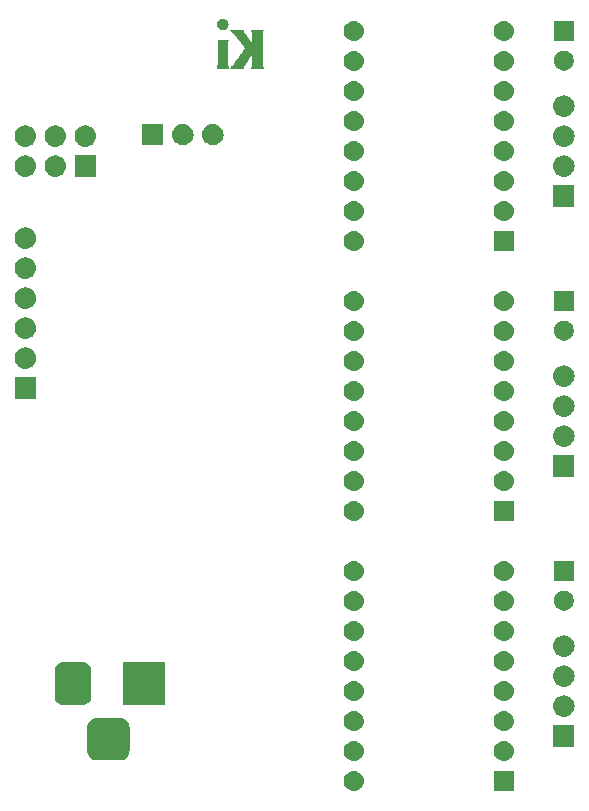
<source format=gbr>
G04 #@! TF.GenerationSoftware,KiCad,Pcbnew,(5.0.2-5-10.14)*
G04 #@! TF.CreationDate,2019-10-07T17:27:23-04:00*
G04 #@! TF.ProjectId,mobo,6d6f626f-2e6b-4696-9361-645f70636258,rev?*
G04 #@! TF.SameCoordinates,Original*
G04 #@! TF.FileFunction,Soldermask,Bot*
G04 #@! TF.FilePolarity,Negative*
%FSLAX46Y46*%
G04 Gerber Fmt 4.6, Leading zero omitted, Abs format (unit mm)*
G04 Created by KiCad (PCBNEW (5.0.2-5-10.14)) date Monday, October 07, 2019 at 05:27:23 PM*
%MOMM*%
%LPD*%
G01*
G04 APERTURE LIST*
%ADD10C,0.010000*%
%ADD11C,0.100000*%
G04 APERTURE END LIST*
D10*
G04 #@! TO.C,REF\002A\002A*
G36*
X186829059Y-26935960D02*
X186711455Y-27002395D01*
X186617977Y-27105045D01*
X186574188Y-27191124D01*
X186543578Y-27329614D01*
X186552679Y-27467591D01*
X186600027Y-27589084D01*
X186612412Y-27607850D01*
X186702851Y-27695408D01*
X186821729Y-27755553D01*
X186954667Y-27785418D01*
X187087287Y-27782134D01*
X187205210Y-27742832D01*
X187225994Y-27730244D01*
X187308263Y-27651394D01*
X187376086Y-27542770D01*
X187418253Y-27425295D01*
X187426600Y-27355799D01*
X187407326Y-27246575D01*
X187356810Y-27132110D01*
X187286018Y-27033158D01*
X187230358Y-26984295D01*
X187098139Y-26923876D01*
X186961163Y-26908776D01*
X186829059Y-26935960D01*
X186829059Y-26935960D01*
G37*
X186829059Y-26935960D02*
X186711455Y-27002395D01*
X186617977Y-27105045D01*
X186574188Y-27191124D01*
X186543578Y-27329614D01*
X186552679Y-27467591D01*
X186600027Y-27589084D01*
X186612412Y-27607850D01*
X186702851Y-27695408D01*
X186821729Y-27755553D01*
X186954667Y-27785418D01*
X187087287Y-27782134D01*
X187205210Y-27742832D01*
X187225994Y-27730244D01*
X187308263Y-27651394D01*
X187376086Y-27542770D01*
X187418253Y-27425295D01*
X187426600Y-27355799D01*
X187407326Y-27246575D01*
X187356810Y-27132110D01*
X187286018Y-27033158D01*
X187230358Y-26984295D01*
X187098139Y-26923876D01*
X186961163Y-26908776D01*
X186829059Y-26935960D01*
G36*
X186588400Y-29802045D02*
X186588179Y-30073528D01*
X186587417Y-30298618D01*
X186585974Y-30481721D01*
X186583706Y-30627240D01*
X186580469Y-30739583D01*
X186576122Y-30823155D01*
X186570520Y-30882359D01*
X186563522Y-30921603D01*
X186554984Y-30945292D01*
X186551108Y-30951395D01*
X186524822Y-30988943D01*
X186514109Y-31017085D01*
X186524290Y-31037174D01*
X186560688Y-31050563D01*
X186628624Y-31058605D01*
X186733422Y-31062653D01*
X186880402Y-31064060D01*
X186994800Y-31064200D01*
X187145082Y-31063515D01*
X187276273Y-31061608D01*
X187380573Y-31058702D01*
X187450181Y-31055017D01*
X187477295Y-31050776D01*
X187477400Y-31050488D01*
X187466845Y-31021454D01*
X187440274Y-30964509D01*
X187426600Y-30937200D01*
X187413734Y-30909760D01*
X187403241Y-30879394D01*
X187394880Y-30840920D01*
X187388409Y-30789155D01*
X187383589Y-30718918D01*
X187380178Y-30625027D01*
X187377935Y-30502301D01*
X187376619Y-30345559D01*
X187375990Y-30149617D01*
X187375805Y-29909296D01*
X187375800Y-29844750D01*
X187376053Y-29587269D01*
X187376929Y-29375749D01*
X187378604Y-29205351D01*
X187381252Y-29071238D01*
X187385050Y-28968571D01*
X187390173Y-28892513D01*
X187396797Y-28838226D01*
X187405097Y-28800872D01*
X187414553Y-28776938D01*
X187453305Y-28702000D01*
X186588400Y-28702000D01*
X186588400Y-29802045D01*
X186588400Y-29802045D01*
G37*
X186588400Y-29802045D02*
X186588179Y-30073528D01*
X186587417Y-30298618D01*
X186585974Y-30481721D01*
X186583706Y-30627240D01*
X186580469Y-30739583D01*
X186576122Y-30823155D01*
X186570520Y-30882359D01*
X186563522Y-30921603D01*
X186554984Y-30945292D01*
X186551108Y-30951395D01*
X186524822Y-30988943D01*
X186514109Y-31017085D01*
X186524290Y-31037174D01*
X186560688Y-31050563D01*
X186628624Y-31058605D01*
X186733422Y-31062653D01*
X186880402Y-31064060D01*
X186994800Y-31064200D01*
X187145082Y-31063515D01*
X187276273Y-31061608D01*
X187380573Y-31058702D01*
X187450181Y-31055017D01*
X187477295Y-31050776D01*
X187477400Y-31050488D01*
X187466845Y-31021454D01*
X187440274Y-30964509D01*
X187426600Y-30937200D01*
X187413734Y-30909760D01*
X187403241Y-30879394D01*
X187394880Y-30840920D01*
X187388409Y-30789155D01*
X187383589Y-30718918D01*
X187380178Y-30625027D01*
X187377935Y-30502301D01*
X187376619Y-30345559D01*
X187375990Y-30149617D01*
X187375805Y-29909296D01*
X187375800Y-29844750D01*
X187376053Y-29587269D01*
X187376929Y-29375749D01*
X187378604Y-29205351D01*
X187381252Y-29071238D01*
X187385050Y-28968571D01*
X187390173Y-28892513D01*
X187396797Y-28838226D01*
X187405097Y-28800872D01*
X187414553Y-28776938D01*
X187453305Y-28702000D01*
X186588400Y-28702000D01*
X186588400Y-29802045D01*
G36*
X188171253Y-27838400D02*
X187625941Y-27838400D01*
X187824721Y-28039787D01*
X188154429Y-28402691D01*
X188368849Y-28676815D01*
X188447297Y-28780400D01*
X188541856Y-28900529D01*
X188641950Y-29024202D01*
X188737002Y-29138419D01*
X188816434Y-29230181D01*
X188841532Y-29257760D01*
X188922964Y-29345212D01*
X188853006Y-29436356D01*
X188717564Y-29625604D01*
X188630022Y-29765050D01*
X188575152Y-29847286D01*
X188513876Y-29926612D01*
X188508727Y-29932607D01*
X188439778Y-30015581D01*
X188359253Y-30118137D01*
X188276058Y-30228288D01*
X188199098Y-30334047D01*
X188137281Y-30423425D01*
X188101624Y-30480547D01*
X188066543Y-30533596D01*
X188008014Y-30612062D01*
X187936180Y-30703252D01*
X187861185Y-30794472D01*
X187793172Y-30873032D01*
X187756800Y-30912020D01*
X187732911Y-30938081D01*
X187690637Y-30985406D01*
X187682523Y-30994570D01*
X187620945Y-31064200D01*
X188747400Y-31064200D01*
X188747400Y-30985923D01*
X188764163Y-30909395D01*
X188811393Y-30804149D01*
X188884507Y-30678239D01*
X188978919Y-30539716D01*
X189066458Y-30425533D01*
X189137732Y-30333313D01*
X189203053Y-30242269D01*
X189250223Y-30169535D01*
X189256329Y-30158833D01*
X189296371Y-30092434D01*
X189331658Y-30044284D01*
X189340301Y-30035500D01*
X189374862Y-29996816D01*
X189415085Y-29940250D01*
X189452774Y-29892093D01*
X189483285Y-29870487D01*
X189484586Y-29870400D01*
X189493462Y-29895091D01*
X189500582Y-29966381D01*
X189505736Y-30080092D01*
X189508717Y-30232044D01*
X189509400Y-30366961D01*
X189508716Y-30546263D01*
X189506305Y-30682270D01*
X189501625Y-30782475D01*
X189494137Y-30854369D01*
X189483302Y-30905443D01*
X189468579Y-30943188D01*
X189467756Y-30944811D01*
X189432283Y-31004491D01*
X189400777Y-31042618D01*
X189397906Y-31044761D01*
X189413403Y-31050323D01*
X189472753Y-31055262D01*
X189569014Y-31059312D01*
X189695241Y-31062207D01*
X189844489Y-31063682D01*
X189896206Y-31063811D01*
X190422711Y-31064200D01*
X190393032Y-30994350D01*
X190364859Y-30935758D01*
X190342776Y-30900370D01*
X190338943Y-30871142D01*
X190335343Y-30795781D01*
X190332041Y-30678951D01*
X190329104Y-30525317D01*
X190326601Y-30339546D01*
X190324596Y-30126302D01*
X190323158Y-29890251D01*
X190322353Y-29636059D01*
X190322201Y-29464290D01*
X190322259Y-29160311D01*
X190322530Y-28902912D01*
X190323154Y-28687874D01*
X190324274Y-28510978D01*
X190326031Y-28368004D01*
X190328567Y-28254733D01*
X190332024Y-28166945D01*
X190336543Y-28100421D01*
X190342267Y-28050941D01*
X190349338Y-28014286D01*
X190357896Y-27986237D01*
X190368084Y-27962574D01*
X190373001Y-27952699D01*
X190403756Y-27890869D01*
X190421810Y-27851660D01*
X190423801Y-27845729D01*
X190399665Y-27843507D01*
X190332312Y-27841556D01*
X190229328Y-27839984D01*
X190098294Y-27838901D01*
X189946795Y-27838415D01*
X189913083Y-27838400D01*
X189739940Y-27838664D01*
X189611371Y-27839831D01*
X189521154Y-27842464D01*
X189463063Y-27847123D01*
X189430876Y-27854372D01*
X189418368Y-27864772D01*
X189419314Y-27878885D01*
X189420836Y-27882850D01*
X189454195Y-27971673D01*
X189478261Y-28060181D01*
X189494420Y-28159141D01*
X189504058Y-28279321D01*
X189508560Y-28431488D01*
X189509400Y-28571088D01*
X189509401Y-28990904D01*
X189433201Y-28917900D01*
X189385587Y-28867557D01*
X189359006Y-28830278D01*
X189357000Y-28823483D01*
X189341863Y-28797550D01*
X189302372Y-28744128D01*
X189247412Y-28674145D01*
X189185868Y-28598529D01*
X189126623Y-28528209D01*
X189078561Y-28474114D01*
X189051761Y-28448000D01*
X189029439Y-28420734D01*
X188991064Y-28364630D01*
X188963198Y-28321000D01*
X188904995Y-28233298D01*
X188842049Y-28146698D01*
X188819701Y-28118362D01*
X188774987Y-28051736D01*
X188749592Y-27990643D01*
X188747400Y-27974390D01*
X188746878Y-27930677D01*
X188741209Y-27897502D01*
X188724238Y-27873412D01*
X188689811Y-27856955D01*
X188631774Y-27846677D01*
X188543972Y-27841127D01*
X188420250Y-27838851D01*
X188254455Y-27838396D01*
X188171253Y-27838400D01*
X188171253Y-27838400D01*
G37*
X188171253Y-27838400D02*
X187625941Y-27838400D01*
X187824721Y-28039787D01*
X188154429Y-28402691D01*
X188368849Y-28676815D01*
X188447297Y-28780400D01*
X188541856Y-28900529D01*
X188641950Y-29024202D01*
X188737002Y-29138419D01*
X188816434Y-29230181D01*
X188841532Y-29257760D01*
X188922964Y-29345212D01*
X188853006Y-29436356D01*
X188717564Y-29625604D01*
X188630022Y-29765050D01*
X188575152Y-29847286D01*
X188513876Y-29926612D01*
X188508727Y-29932607D01*
X188439778Y-30015581D01*
X188359253Y-30118137D01*
X188276058Y-30228288D01*
X188199098Y-30334047D01*
X188137281Y-30423425D01*
X188101624Y-30480547D01*
X188066543Y-30533596D01*
X188008014Y-30612062D01*
X187936180Y-30703252D01*
X187861185Y-30794472D01*
X187793172Y-30873032D01*
X187756800Y-30912020D01*
X187732911Y-30938081D01*
X187690637Y-30985406D01*
X187682523Y-30994570D01*
X187620945Y-31064200D01*
X188747400Y-31064200D01*
X188747400Y-30985923D01*
X188764163Y-30909395D01*
X188811393Y-30804149D01*
X188884507Y-30678239D01*
X188978919Y-30539716D01*
X189066458Y-30425533D01*
X189137732Y-30333313D01*
X189203053Y-30242269D01*
X189250223Y-30169535D01*
X189256329Y-30158833D01*
X189296371Y-30092434D01*
X189331658Y-30044284D01*
X189340301Y-30035500D01*
X189374862Y-29996816D01*
X189415085Y-29940250D01*
X189452774Y-29892093D01*
X189483285Y-29870487D01*
X189484586Y-29870400D01*
X189493462Y-29895091D01*
X189500582Y-29966381D01*
X189505736Y-30080092D01*
X189508717Y-30232044D01*
X189509400Y-30366961D01*
X189508716Y-30546263D01*
X189506305Y-30682270D01*
X189501625Y-30782475D01*
X189494137Y-30854369D01*
X189483302Y-30905443D01*
X189468579Y-30943188D01*
X189467756Y-30944811D01*
X189432283Y-31004491D01*
X189400777Y-31042618D01*
X189397906Y-31044761D01*
X189413403Y-31050323D01*
X189472753Y-31055262D01*
X189569014Y-31059312D01*
X189695241Y-31062207D01*
X189844489Y-31063682D01*
X189896206Y-31063811D01*
X190422711Y-31064200D01*
X190393032Y-30994350D01*
X190364859Y-30935758D01*
X190342776Y-30900370D01*
X190338943Y-30871142D01*
X190335343Y-30795781D01*
X190332041Y-30678951D01*
X190329104Y-30525317D01*
X190326601Y-30339546D01*
X190324596Y-30126302D01*
X190323158Y-29890251D01*
X190322353Y-29636059D01*
X190322201Y-29464290D01*
X190322259Y-29160311D01*
X190322530Y-28902912D01*
X190323154Y-28687874D01*
X190324274Y-28510978D01*
X190326031Y-28368004D01*
X190328567Y-28254733D01*
X190332024Y-28166945D01*
X190336543Y-28100421D01*
X190342267Y-28050941D01*
X190349338Y-28014286D01*
X190357896Y-27986237D01*
X190368084Y-27962574D01*
X190373001Y-27952699D01*
X190403756Y-27890869D01*
X190421810Y-27851660D01*
X190423801Y-27845729D01*
X190399665Y-27843507D01*
X190332312Y-27841556D01*
X190229328Y-27839984D01*
X190098294Y-27838901D01*
X189946795Y-27838415D01*
X189913083Y-27838400D01*
X189739940Y-27838664D01*
X189611371Y-27839831D01*
X189521154Y-27842464D01*
X189463063Y-27847123D01*
X189430876Y-27854372D01*
X189418368Y-27864772D01*
X189419314Y-27878885D01*
X189420836Y-27882850D01*
X189454195Y-27971673D01*
X189478261Y-28060181D01*
X189494420Y-28159141D01*
X189504058Y-28279321D01*
X189508560Y-28431488D01*
X189509400Y-28571088D01*
X189509401Y-28990904D01*
X189433201Y-28917900D01*
X189385587Y-28867557D01*
X189359006Y-28830278D01*
X189357000Y-28823483D01*
X189341863Y-28797550D01*
X189302372Y-28744128D01*
X189247412Y-28674145D01*
X189185868Y-28598529D01*
X189126623Y-28528209D01*
X189078561Y-28474114D01*
X189051761Y-28448000D01*
X189029439Y-28420734D01*
X188991064Y-28364630D01*
X188963198Y-28321000D01*
X188904995Y-28233298D01*
X188842049Y-28146698D01*
X188819701Y-28118362D01*
X188774987Y-28051736D01*
X188749592Y-27990643D01*
X188747400Y-27974390D01*
X188746878Y-27930677D01*
X188741209Y-27897502D01*
X188724238Y-27873412D01*
X188689811Y-27856955D01*
X188631774Y-27846677D01*
X188543972Y-27841127D01*
X188420250Y-27838851D01*
X188254455Y-27838396D01*
X188171253Y-27838400D01*
D11*
G36*
X211671000Y-92291000D02*
X209969000Y-92291000D01*
X209969000Y-90589000D01*
X211671000Y-90589000D01*
X211671000Y-92291000D01*
X211671000Y-92291000D01*
G37*
G36*
X198286821Y-90601313D02*
X198286824Y-90601314D01*
X198286825Y-90601314D01*
X198447239Y-90649975D01*
X198447241Y-90649976D01*
X198447244Y-90649977D01*
X198595078Y-90728995D01*
X198724659Y-90835341D01*
X198831005Y-90964922D01*
X198910023Y-91112756D01*
X198958687Y-91273179D01*
X198975117Y-91440000D01*
X198958687Y-91606821D01*
X198910023Y-91767244D01*
X198831005Y-91915078D01*
X198724659Y-92044659D01*
X198595078Y-92151005D01*
X198447244Y-92230023D01*
X198447241Y-92230024D01*
X198447239Y-92230025D01*
X198286825Y-92278686D01*
X198286824Y-92278686D01*
X198286821Y-92278687D01*
X198161804Y-92291000D01*
X198078196Y-92291000D01*
X197953179Y-92278687D01*
X197953176Y-92278686D01*
X197953175Y-92278686D01*
X197792761Y-92230025D01*
X197792759Y-92230024D01*
X197792756Y-92230023D01*
X197644922Y-92151005D01*
X197515341Y-92044659D01*
X197408995Y-91915078D01*
X197329977Y-91767244D01*
X197281313Y-91606821D01*
X197264883Y-91440000D01*
X197281313Y-91273179D01*
X197329977Y-91112756D01*
X197408995Y-90964922D01*
X197515341Y-90835341D01*
X197644922Y-90728995D01*
X197792756Y-90649977D01*
X197792759Y-90649976D01*
X197792761Y-90649975D01*
X197953175Y-90601314D01*
X197953176Y-90601314D01*
X197953179Y-90601313D01*
X198078196Y-90589000D01*
X198161804Y-90589000D01*
X198286821Y-90601313D01*
X198286821Y-90601313D01*
G37*
G36*
X210986821Y-88061313D02*
X210986824Y-88061314D01*
X210986825Y-88061314D01*
X211147239Y-88109975D01*
X211147241Y-88109976D01*
X211147244Y-88109977D01*
X211295078Y-88188995D01*
X211424659Y-88295341D01*
X211531005Y-88424922D01*
X211610023Y-88572756D01*
X211658687Y-88733179D01*
X211675117Y-88900000D01*
X211658687Y-89066821D01*
X211610023Y-89227244D01*
X211531005Y-89375078D01*
X211424659Y-89504659D01*
X211295078Y-89611005D01*
X211147244Y-89690023D01*
X211147241Y-89690024D01*
X211147239Y-89690025D01*
X210986825Y-89738686D01*
X210986824Y-89738686D01*
X210986821Y-89738687D01*
X210861804Y-89751000D01*
X210778196Y-89751000D01*
X210653179Y-89738687D01*
X210653176Y-89738686D01*
X210653175Y-89738686D01*
X210492761Y-89690025D01*
X210492759Y-89690024D01*
X210492756Y-89690023D01*
X210344922Y-89611005D01*
X210215341Y-89504659D01*
X210108995Y-89375078D01*
X210029977Y-89227244D01*
X209981313Y-89066821D01*
X209964883Y-88900000D01*
X209981313Y-88733179D01*
X210029977Y-88572756D01*
X210108995Y-88424922D01*
X210215341Y-88295341D01*
X210344922Y-88188995D01*
X210492756Y-88109977D01*
X210492759Y-88109976D01*
X210492761Y-88109975D01*
X210653175Y-88061314D01*
X210653176Y-88061314D01*
X210653179Y-88061313D01*
X210778196Y-88049000D01*
X210861804Y-88049000D01*
X210986821Y-88061313D01*
X210986821Y-88061313D01*
G37*
G36*
X198286821Y-88061313D02*
X198286824Y-88061314D01*
X198286825Y-88061314D01*
X198447239Y-88109975D01*
X198447241Y-88109976D01*
X198447244Y-88109977D01*
X198595078Y-88188995D01*
X198724659Y-88295341D01*
X198831005Y-88424922D01*
X198910023Y-88572756D01*
X198958687Y-88733179D01*
X198975117Y-88900000D01*
X198958687Y-89066821D01*
X198910023Y-89227244D01*
X198831005Y-89375078D01*
X198724659Y-89504659D01*
X198595078Y-89611005D01*
X198447244Y-89690023D01*
X198447241Y-89690024D01*
X198447239Y-89690025D01*
X198286825Y-89738686D01*
X198286824Y-89738686D01*
X198286821Y-89738687D01*
X198161804Y-89751000D01*
X198078196Y-89751000D01*
X197953179Y-89738687D01*
X197953176Y-89738686D01*
X197953175Y-89738686D01*
X197792761Y-89690025D01*
X197792759Y-89690024D01*
X197792756Y-89690023D01*
X197644922Y-89611005D01*
X197515341Y-89504659D01*
X197408995Y-89375078D01*
X197329977Y-89227244D01*
X197281313Y-89066821D01*
X197264883Y-88900000D01*
X197281313Y-88733179D01*
X197329977Y-88572756D01*
X197408995Y-88424922D01*
X197515341Y-88295341D01*
X197644922Y-88188995D01*
X197792756Y-88109977D01*
X197792759Y-88109976D01*
X197792761Y-88109975D01*
X197953175Y-88061314D01*
X197953176Y-88061314D01*
X197953179Y-88061313D01*
X198078196Y-88049000D01*
X198161804Y-88049000D01*
X198286821Y-88061313D01*
X198286821Y-88061313D01*
G37*
G36*
X178466366Y-86100695D02*
X178623458Y-86148348D01*
X178768230Y-86225731D01*
X178895128Y-86329872D01*
X178999269Y-86456770D01*
X179076652Y-86601542D01*
X179124305Y-86758634D01*
X179141000Y-86928140D01*
X179141000Y-88841860D01*
X179124305Y-89011366D01*
X179076652Y-89168458D01*
X178999269Y-89313230D01*
X178895128Y-89440128D01*
X178768230Y-89544269D01*
X178623458Y-89621652D01*
X178466366Y-89669305D01*
X178296860Y-89686000D01*
X176383140Y-89686000D01*
X176213634Y-89669305D01*
X176056542Y-89621652D01*
X175911770Y-89544269D01*
X175784872Y-89440128D01*
X175680731Y-89313230D01*
X175603348Y-89168458D01*
X175555695Y-89011366D01*
X175539000Y-88841860D01*
X175539000Y-86928140D01*
X175555695Y-86758634D01*
X175603348Y-86601542D01*
X175680731Y-86456770D01*
X175784872Y-86329872D01*
X175911770Y-86225731D01*
X176056542Y-86148348D01*
X176213634Y-86100695D01*
X176383140Y-86084000D01*
X178296860Y-86084000D01*
X178466366Y-86100695D01*
X178466366Y-86100695D01*
G37*
G36*
X216801000Y-88531000D02*
X214999000Y-88531000D01*
X214999000Y-86729000D01*
X216801000Y-86729000D01*
X216801000Y-88531000D01*
X216801000Y-88531000D01*
G37*
G36*
X210986821Y-85521313D02*
X210986824Y-85521314D01*
X210986825Y-85521314D01*
X211147239Y-85569975D01*
X211147241Y-85569976D01*
X211147244Y-85569977D01*
X211295078Y-85648995D01*
X211424659Y-85755341D01*
X211531005Y-85884922D01*
X211610023Y-86032756D01*
X211610024Y-86032759D01*
X211610025Y-86032761D01*
X211630817Y-86101303D01*
X211658687Y-86193179D01*
X211675117Y-86360000D01*
X211658687Y-86526821D01*
X211610023Y-86687244D01*
X211531005Y-86835078D01*
X211424659Y-86964659D01*
X211295078Y-87071005D01*
X211147244Y-87150023D01*
X211147241Y-87150024D01*
X211147239Y-87150025D01*
X210986825Y-87198686D01*
X210986824Y-87198686D01*
X210986821Y-87198687D01*
X210861804Y-87211000D01*
X210778196Y-87211000D01*
X210653179Y-87198687D01*
X210653176Y-87198686D01*
X210653175Y-87198686D01*
X210492761Y-87150025D01*
X210492759Y-87150024D01*
X210492756Y-87150023D01*
X210344922Y-87071005D01*
X210215341Y-86964659D01*
X210108995Y-86835078D01*
X210029977Y-86687244D01*
X209981313Y-86526821D01*
X209964883Y-86360000D01*
X209981313Y-86193179D01*
X210009183Y-86101303D01*
X210029975Y-86032761D01*
X210029976Y-86032759D01*
X210029977Y-86032756D01*
X210108995Y-85884922D01*
X210215341Y-85755341D01*
X210344922Y-85648995D01*
X210492756Y-85569977D01*
X210492759Y-85569976D01*
X210492761Y-85569975D01*
X210653175Y-85521314D01*
X210653176Y-85521314D01*
X210653179Y-85521313D01*
X210778196Y-85509000D01*
X210861804Y-85509000D01*
X210986821Y-85521313D01*
X210986821Y-85521313D01*
G37*
G36*
X198286821Y-85521313D02*
X198286824Y-85521314D01*
X198286825Y-85521314D01*
X198447239Y-85569975D01*
X198447241Y-85569976D01*
X198447244Y-85569977D01*
X198595078Y-85648995D01*
X198724659Y-85755341D01*
X198831005Y-85884922D01*
X198910023Y-86032756D01*
X198910024Y-86032759D01*
X198910025Y-86032761D01*
X198930817Y-86101303D01*
X198958687Y-86193179D01*
X198975117Y-86360000D01*
X198958687Y-86526821D01*
X198910023Y-86687244D01*
X198831005Y-86835078D01*
X198724659Y-86964659D01*
X198595078Y-87071005D01*
X198447244Y-87150023D01*
X198447241Y-87150024D01*
X198447239Y-87150025D01*
X198286825Y-87198686D01*
X198286824Y-87198686D01*
X198286821Y-87198687D01*
X198161804Y-87211000D01*
X198078196Y-87211000D01*
X197953179Y-87198687D01*
X197953176Y-87198686D01*
X197953175Y-87198686D01*
X197792761Y-87150025D01*
X197792759Y-87150024D01*
X197792756Y-87150023D01*
X197644922Y-87071005D01*
X197515341Y-86964659D01*
X197408995Y-86835078D01*
X197329977Y-86687244D01*
X197281313Y-86526821D01*
X197264883Y-86360000D01*
X197281313Y-86193179D01*
X197309183Y-86101303D01*
X197329975Y-86032761D01*
X197329976Y-86032759D01*
X197329977Y-86032756D01*
X197408995Y-85884922D01*
X197515341Y-85755341D01*
X197644922Y-85648995D01*
X197792756Y-85569977D01*
X197792759Y-85569976D01*
X197792761Y-85569975D01*
X197953175Y-85521314D01*
X197953176Y-85521314D01*
X197953179Y-85521313D01*
X198078196Y-85509000D01*
X198161804Y-85509000D01*
X198286821Y-85521313D01*
X198286821Y-85521313D01*
G37*
G36*
X216010442Y-84195518D02*
X216076627Y-84202037D01*
X216189853Y-84236384D01*
X216246467Y-84253557D01*
X216324146Y-84295078D01*
X216402991Y-84337222D01*
X216432931Y-84361793D01*
X216540186Y-84449814D01*
X216623448Y-84551271D01*
X216652778Y-84587009D01*
X216652779Y-84587011D01*
X216736443Y-84743533D01*
X216746516Y-84776739D01*
X216787963Y-84913373D01*
X216805359Y-85090000D01*
X216787963Y-85266627D01*
X216753616Y-85379853D01*
X216736443Y-85436467D01*
X216665080Y-85569975D01*
X216652778Y-85592991D01*
X216623448Y-85628729D01*
X216540186Y-85730186D01*
X216438729Y-85813448D01*
X216402991Y-85842778D01*
X216402989Y-85842779D01*
X216246467Y-85926443D01*
X216189853Y-85943616D01*
X216076627Y-85977963D01*
X216010442Y-85984482D01*
X215944260Y-85991000D01*
X215855740Y-85991000D01*
X215789558Y-85984482D01*
X215723373Y-85977963D01*
X215610147Y-85943616D01*
X215553533Y-85926443D01*
X215397011Y-85842779D01*
X215397009Y-85842778D01*
X215361271Y-85813448D01*
X215259814Y-85730186D01*
X215176552Y-85628729D01*
X215147222Y-85592991D01*
X215134920Y-85569975D01*
X215063557Y-85436467D01*
X215046384Y-85379853D01*
X215012037Y-85266627D01*
X214994641Y-85090000D01*
X215012037Y-84913373D01*
X215053484Y-84776739D01*
X215063557Y-84743533D01*
X215147221Y-84587011D01*
X215147222Y-84587009D01*
X215176552Y-84551271D01*
X215259814Y-84449814D01*
X215367069Y-84361793D01*
X215397009Y-84337222D01*
X215475854Y-84295078D01*
X215553533Y-84253557D01*
X215610147Y-84236384D01*
X215723373Y-84202037D01*
X215789558Y-84195518D01*
X215855740Y-84189000D01*
X215944260Y-84189000D01*
X216010442Y-84195518D01*
X216010442Y-84195518D01*
G37*
G36*
X182141000Y-84986000D02*
X178539000Y-84986000D01*
X178539000Y-81384000D01*
X182141000Y-81384000D01*
X182141000Y-84986000D01*
X182141000Y-84986000D01*
G37*
G36*
X175316978Y-81398293D02*
X175450627Y-81438835D01*
X175573782Y-81504662D01*
X175681739Y-81593261D01*
X175770338Y-81701218D01*
X175836165Y-81824373D01*
X175876707Y-81958022D01*
X175891000Y-82103140D01*
X175891000Y-84266860D01*
X175876707Y-84411978D01*
X175836165Y-84545627D01*
X175770338Y-84668782D01*
X175681739Y-84776739D01*
X175573782Y-84865338D01*
X175450627Y-84931165D01*
X175316978Y-84971707D01*
X175171860Y-84986000D01*
X173508140Y-84986000D01*
X173363022Y-84971707D01*
X173229373Y-84931165D01*
X173106218Y-84865338D01*
X172998261Y-84776739D01*
X172909662Y-84668782D01*
X172843835Y-84545627D01*
X172803293Y-84411978D01*
X172789000Y-84266860D01*
X172789000Y-82103140D01*
X172803293Y-81958022D01*
X172843835Y-81824373D01*
X172909662Y-81701218D01*
X172998261Y-81593261D01*
X173106218Y-81504662D01*
X173229373Y-81438835D01*
X173363022Y-81398293D01*
X173508140Y-81384000D01*
X175171860Y-81384000D01*
X175316978Y-81398293D01*
X175316978Y-81398293D01*
G37*
G36*
X198286821Y-82981313D02*
X198286824Y-82981314D01*
X198286825Y-82981314D01*
X198447239Y-83029975D01*
X198447241Y-83029976D01*
X198447244Y-83029977D01*
X198595078Y-83108995D01*
X198724659Y-83215341D01*
X198831005Y-83344922D01*
X198910023Y-83492756D01*
X198958687Y-83653179D01*
X198975117Y-83820000D01*
X198958687Y-83986821D01*
X198910023Y-84147244D01*
X198831005Y-84295078D01*
X198724659Y-84424659D01*
X198595078Y-84531005D01*
X198447244Y-84610023D01*
X198447241Y-84610024D01*
X198447239Y-84610025D01*
X198286825Y-84658686D01*
X198286824Y-84658686D01*
X198286821Y-84658687D01*
X198161804Y-84671000D01*
X198078196Y-84671000D01*
X197953179Y-84658687D01*
X197953176Y-84658686D01*
X197953175Y-84658686D01*
X197792761Y-84610025D01*
X197792759Y-84610024D01*
X197792756Y-84610023D01*
X197644922Y-84531005D01*
X197515341Y-84424659D01*
X197408995Y-84295078D01*
X197329977Y-84147244D01*
X197281313Y-83986821D01*
X197264883Y-83820000D01*
X197281313Y-83653179D01*
X197329977Y-83492756D01*
X197408995Y-83344922D01*
X197515341Y-83215341D01*
X197644922Y-83108995D01*
X197792756Y-83029977D01*
X197792759Y-83029976D01*
X197792761Y-83029975D01*
X197953175Y-82981314D01*
X197953176Y-82981314D01*
X197953179Y-82981313D01*
X198078196Y-82969000D01*
X198161804Y-82969000D01*
X198286821Y-82981313D01*
X198286821Y-82981313D01*
G37*
G36*
X210986821Y-82981313D02*
X210986824Y-82981314D01*
X210986825Y-82981314D01*
X211147239Y-83029975D01*
X211147241Y-83029976D01*
X211147244Y-83029977D01*
X211295078Y-83108995D01*
X211424659Y-83215341D01*
X211531005Y-83344922D01*
X211610023Y-83492756D01*
X211658687Y-83653179D01*
X211675117Y-83820000D01*
X211658687Y-83986821D01*
X211610023Y-84147244D01*
X211531005Y-84295078D01*
X211424659Y-84424659D01*
X211295078Y-84531005D01*
X211147244Y-84610023D01*
X211147241Y-84610024D01*
X211147239Y-84610025D01*
X210986825Y-84658686D01*
X210986824Y-84658686D01*
X210986821Y-84658687D01*
X210861804Y-84671000D01*
X210778196Y-84671000D01*
X210653179Y-84658687D01*
X210653176Y-84658686D01*
X210653175Y-84658686D01*
X210492761Y-84610025D01*
X210492759Y-84610024D01*
X210492756Y-84610023D01*
X210344922Y-84531005D01*
X210215341Y-84424659D01*
X210108995Y-84295078D01*
X210029977Y-84147244D01*
X209981313Y-83986821D01*
X209964883Y-83820000D01*
X209981313Y-83653179D01*
X210029977Y-83492756D01*
X210108995Y-83344922D01*
X210215341Y-83215341D01*
X210344922Y-83108995D01*
X210492756Y-83029977D01*
X210492759Y-83029976D01*
X210492761Y-83029975D01*
X210653175Y-82981314D01*
X210653176Y-82981314D01*
X210653179Y-82981313D01*
X210778196Y-82969000D01*
X210861804Y-82969000D01*
X210986821Y-82981313D01*
X210986821Y-82981313D01*
G37*
G36*
X216010443Y-81655519D02*
X216076627Y-81662037D01*
X216189853Y-81696384D01*
X216246467Y-81713557D01*
X216324146Y-81755078D01*
X216402991Y-81797222D01*
X216436074Y-81824373D01*
X216540186Y-81909814D01*
X216620934Y-82008207D01*
X216652778Y-82047009D01*
X216652779Y-82047011D01*
X216736443Y-82203533D01*
X216736443Y-82203534D01*
X216787963Y-82373373D01*
X216805359Y-82550000D01*
X216787963Y-82726627D01*
X216753616Y-82839853D01*
X216736443Y-82896467D01*
X216665080Y-83029975D01*
X216652778Y-83052991D01*
X216623448Y-83088729D01*
X216540186Y-83190186D01*
X216438729Y-83273448D01*
X216402991Y-83302778D01*
X216402989Y-83302779D01*
X216246467Y-83386443D01*
X216189853Y-83403616D01*
X216076627Y-83437963D01*
X216010443Y-83444481D01*
X215944260Y-83451000D01*
X215855740Y-83451000D01*
X215789557Y-83444481D01*
X215723373Y-83437963D01*
X215610147Y-83403616D01*
X215553533Y-83386443D01*
X215397011Y-83302779D01*
X215397009Y-83302778D01*
X215361271Y-83273448D01*
X215259814Y-83190186D01*
X215176552Y-83088729D01*
X215147222Y-83052991D01*
X215134920Y-83029975D01*
X215063557Y-82896467D01*
X215046384Y-82839853D01*
X215012037Y-82726627D01*
X214994641Y-82550000D01*
X215012037Y-82373373D01*
X215063557Y-82203534D01*
X215063557Y-82203533D01*
X215147221Y-82047011D01*
X215147222Y-82047009D01*
X215179066Y-82008207D01*
X215259814Y-81909814D01*
X215363926Y-81824373D01*
X215397009Y-81797222D01*
X215475854Y-81755078D01*
X215553533Y-81713557D01*
X215610147Y-81696384D01*
X215723373Y-81662037D01*
X215789557Y-81655519D01*
X215855740Y-81649000D01*
X215944260Y-81649000D01*
X216010443Y-81655519D01*
X216010443Y-81655519D01*
G37*
G36*
X210986821Y-80441313D02*
X210986824Y-80441314D01*
X210986825Y-80441314D01*
X211147239Y-80489975D01*
X211147241Y-80489976D01*
X211147244Y-80489977D01*
X211295078Y-80568995D01*
X211424659Y-80675341D01*
X211531005Y-80804922D01*
X211610023Y-80952756D01*
X211658687Y-81113179D01*
X211675117Y-81280000D01*
X211658687Y-81446821D01*
X211610023Y-81607244D01*
X211531005Y-81755078D01*
X211424659Y-81884659D01*
X211295078Y-81991005D01*
X211147244Y-82070023D01*
X211147241Y-82070024D01*
X211147239Y-82070025D01*
X210986825Y-82118686D01*
X210986824Y-82118686D01*
X210986821Y-82118687D01*
X210861804Y-82131000D01*
X210778196Y-82131000D01*
X210653179Y-82118687D01*
X210653176Y-82118686D01*
X210653175Y-82118686D01*
X210492761Y-82070025D01*
X210492759Y-82070024D01*
X210492756Y-82070023D01*
X210344922Y-81991005D01*
X210215341Y-81884659D01*
X210108995Y-81755078D01*
X210029977Y-81607244D01*
X209981313Y-81446821D01*
X209964883Y-81280000D01*
X209981313Y-81113179D01*
X210029977Y-80952756D01*
X210108995Y-80804922D01*
X210215341Y-80675341D01*
X210344922Y-80568995D01*
X210492756Y-80489977D01*
X210492759Y-80489976D01*
X210492761Y-80489975D01*
X210653175Y-80441314D01*
X210653176Y-80441314D01*
X210653179Y-80441313D01*
X210778196Y-80429000D01*
X210861804Y-80429000D01*
X210986821Y-80441313D01*
X210986821Y-80441313D01*
G37*
G36*
X198286821Y-80441313D02*
X198286824Y-80441314D01*
X198286825Y-80441314D01*
X198447239Y-80489975D01*
X198447241Y-80489976D01*
X198447244Y-80489977D01*
X198595078Y-80568995D01*
X198724659Y-80675341D01*
X198831005Y-80804922D01*
X198910023Y-80952756D01*
X198958687Y-81113179D01*
X198975117Y-81280000D01*
X198958687Y-81446821D01*
X198910023Y-81607244D01*
X198831005Y-81755078D01*
X198724659Y-81884659D01*
X198595078Y-81991005D01*
X198447244Y-82070023D01*
X198447241Y-82070024D01*
X198447239Y-82070025D01*
X198286825Y-82118686D01*
X198286824Y-82118686D01*
X198286821Y-82118687D01*
X198161804Y-82131000D01*
X198078196Y-82131000D01*
X197953179Y-82118687D01*
X197953176Y-82118686D01*
X197953175Y-82118686D01*
X197792761Y-82070025D01*
X197792759Y-82070024D01*
X197792756Y-82070023D01*
X197644922Y-81991005D01*
X197515341Y-81884659D01*
X197408995Y-81755078D01*
X197329977Y-81607244D01*
X197281313Y-81446821D01*
X197264883Y-81280000D01*
X197281313Y-81113179D01*
X197329977Y-80952756D01*
X197408995Y-80804922D01*
X197515341Y-80675341D01*
X197644922Y-80568995D01*
X197792756Y-80489977D01*
X197792759Y-80489976D01*
X197792761Y-80489975D01*
X197953175Y-80441314D01*
X197953176Y-80441314D01*
X197953179Y-80441313D01*
X198078196Y-80429000D01*
X198161804Y-80429000D01*
X198286821Y-80441313D01*
X198286821Y-80441313D01*
G37*
G36*
X216010443Y-79115519D02*
X216076627Y-79122037D01*
X216189853Y-79156384D01*
X216246467Y-79173557D01*
X216324146Y-79215078D01*
X216402991Y-79257222D01*
X216438729Y-79286552D01*
X216540186Y-79369814D01*
X216623448Y-79471271D01*
X216652778Y-79507009D01*
X216652779Y-79507011D01*
X216736443Y-79663533D01*
X216736443Y-79663534D01*
X216787963Y-79833373D01*
X216805359Y-80010000D01*
X216787963Y-80186627D01*
X216753616Y-80299853D01*
X216736443Y-80356467D01*
X216665080Y-80489975D01*
X216652778Y-80512991D01*
X216623448Y-80548729D01*
X216540186Y-80650186D01*
X216438729Y-80733448D01*
X216402991Y-80762778D01*
X216402989Y-80762779D01*
X216246467Y-80846443D01*
X216189853Y-80863616D01*
X216076627Y-80897963D01*
X216010442Y-80904482D01*
X215944260Y-80911000D01*
X215855740Y-80911000D01*
X215789558Y-80904482D01*
X215723373Y-80897963D01*
X215610147Y-80863616D01*
X215553533Y-80846443D01*
X215397011Y-80762779D01*
X215397009Y-80762778D01*
X215361271Y-80733448D01*
X215259814Y-80650186D01*
X215176552Y-80548729D01*
X215147222Y-80512991D01*
X215134920Y-80489975D01*
X215063557Y-80356467D01*
X215046384Y-80299853D01*
X215012037Y-80186627D01*
X214994641Y-80010000D01*
X215012037Y-79833373D01*
X215063557Y-79663534D01*
X215063557Y-79663533D01*
X215147221Y-79507011D01*
X215147222Y-79507009D01*
X215176552Y-79471271D01*
X215259814Y-79369814D01*
X215361271Y-79286552D01*
X215397009Y-79257222D01*
X215475854Y-79215078D01*
X215553533Y-79173557D01*
X215610147Y-79156384D01*
X215723373Y-79122037D01*
X215789557Y-79115519D01*
X215855740Y-79109000D01*
X215944260Y-79109000D01*
X216010443Y-79115519D01*
X216010443Y-79115519D01*
G37*
G36*
X210986821Y-77901313D02*
X210986824Y-77901314D01*
X210986825Y-77901314D01*
X211147239Y-77949975D01*
X211147241Y-77949976D01*
X211147244Y-77949977D01*
X211295078Y-78028995D01*
X211424659Y-78135341D01*
X211531005Y-78264922D01*
X211610023Y-78412756D01*
X211658687Y-78573179D01*
X211675117Y-78740000D01*
X211658687Y-78906821D01*
X211610023Y-79067244D01*
X211531005Y-79215078D01*
X211424659Y-79344659D01*
X211295078Y-79451005D01*
X211147244Y-79530023D01*
X211147241Y-79530024D01*
X211147239Y-79530025D01*
X210986825Y-79578686D01*
X210986824Y-79578686D01*
X210986821Y-79578687D01*
X210861804Y-79591000D01*
X210778196Y-79591000D01*
X210653179Y-79578687D01*
X210653176Y-79578686D01*
X210653175Y-79578686D01*
X210492761Y-79530025D01*
X210492759Y-79530024D01*
X210492756Y-79530023D01*
X210344922Y-79451005D01*
X210215341Y-79344659D01*
X210108995Y-79215078D01*
X210029977Y-79067244D01*
X209981313Y-78906821D01*
X209964883Y-78740000D01*
X209981313Y-78573179D01*
X210029977Y-78412756D01*
X210108995Y-78264922D01*
X210215341Y-78135341D01*
X210344922Y-78028995D01*
X210492756Y-77949977D01*
X210492759Y-77949976D01*
X210492761Y-77949975D01*
X210653175Y-77901314D01*
X210653176Y-77901314D01*
X210653179Y-77901313D01*
X210778196Y-77889000D01*
X210861804Y-77889000D01*
X210986821Y-77901313D01*
X210986821Y-77901313D01*
G37*
G36*
X198286821Y-77901313D02*
X198286824Y-77901314D01*
X198286825Y-77901314D01*
X198447239Y-77949975D01*
X198447241Y-77949976D01*
X198447244Y-77949977D01*
X198595078Y-78028995D01*
X198724659Y-78135341D01*
X198831005Y-78264922D01*
X198910023Y-78412756D01*
X198958687Y-78573179D01*
X198975117Y-78740000D01*
X198958687Y-78906821D01*
X198910023Y-79067244D01*
X198831005Y-79215078D01*
X198724659Y-79344659D01*
X198595078Y-79451005D01*
X198447244Y-79530023D01*
X198447241Y-79530024D01*
X198447239Y-79530025D01*
X198286825Y-79578686D01*
X198286824Y-79578686D01*
X198286821Y-79578687D01*
X198161804Y-79591000D01*
X198078196Y-79591000D01*
X197953179Y-79578687D01*
X197953176Y-79578686D01*
X197953175Y-79578686D01*
X197792761Y-79530025D01*
X197792759Y-79530024D01*
X197792756Y-79530023D01*
X197644922Y-79451005D01*
X197515341Y-79344659D01*
X197408995Y-79215078D01*
X197329977Y-79067244D01*
X197281313Y-78906821D01*
X197264883Y-78740000D01*
X197281313Y-78573179D01*
X197329977Y-78412756D01*
X197408995Y-78264922D01*
X197515341Y-78135341D01*
X197644922Y-78028995D01*
X197792756Y-77949977D01*
X197792759Y-77949976D01*
X197792761Y-77949975D01*
X197953175Y-77901314D01*
X197953176Y-77901314D01*
X197953179Y-77901313D01*
X198078196Y-77889000D01*
X198161804Y-77889000D01*
X198286821Y-77901313D01*
X198286821Y-77901313D01*
G37*
G36*
X210986821Y-75361313D02*
X210986824Y-75361314D01*
X210986825Y-75361314D01*
X211147239Y-75409975D01*
X211147241Y-75409976D01*
X211147244Y-75409977D01*
X211295078Y-75488995D01*
X211424659Y-75595341D01*
X211531005Y-75724922D01*
X211610023Y-75872756D01*
X211610024Y-75872759D01*
X211610025Y-75872761D01*
X211658686Y-76033175D01*
X211658687Y-76033179D01*
X211675117Y-76200000D01*
X211658687Y-76366821D01*
X211658686Y-76366824D01*
X211658686Y-76366825D01*
X211646127Y-76408228D01*
X211610023Y-76527244D01*
X211531005Y-76675078D01*
X211424659Y-76804659D01*
X211295078Y-76911005D01*
X211147244Y-76990023D01*
X211147241Y-76990024D01*
X211147239Y-76990025D01*
X210986825Y-77038686D01*
X210986824Y-77038686D01*
X210986821Y-77038687D01*
X210861804Y-77051000D01*
X210778196Y-77051000D01*
X210653179Y-77038687D01*
X210653176Y-77038686D01*
X210653175Y-77038686D01*
X210492761Y-76990025D01*
X210492759Y-76990024D01*
X210492756Y-76990023D01*
X210344922Y-76911005D01*
X210215341Y-76804659D01*
X210108995Y-76675078D01*
X210029977Y-76527244D01*
X209993874Y-76408228D01*
X209981314Y-76366825D01*
X209981314Y-76366824D01*
X209981313Y-76366821D01*
X209964883Y-76200000D01*
X209981313Y-76033179D01*
X209981314Y-76033175D01*
X210029975Y-75872761D01*
X210029976Y-75872759D01*
X210029977Y-75872756D01*
X210108995Y-75724922D01*
X210215341Y-75595341D01*
X210344922Y-75488995D01*
X210492756Y-75409977D01*
X210492759Y-75409976D01*
X210492761Y-75409975D01*
X210653175Y-75361314D01*
X210653176Y-75361314D01*
X210653179Y-75361313D01*
X210778196Y-75349000D01*
X210861804Y-75349000D01*
X210986821Y-75361313D01*
X210986821Y-75361313D01*
G37*
G36*
X198286821Y-75361313D02*
X198286824Y-75361314D01*
X198286825Y-75361314D01*
X198447239Y-75409975D01*
X198447241Y-75409976D01*
X198447244Y-75409977D01*
X198595078Y-75488995D01*
X198724659Y-75595341D01*
X198831005Y-75724922D01*
X198910023Y-75872756D01*
X198910024Y-75872759D01*
X198910025Y-75872761D01*
X198958686Y-76033175D01*
X198958687Y-76033179D01*
X198975117Y-76200000D01*
X198958687Y-76366821D01*
X198958686Y-76366824D01*
X198958686Y-76366825D01*
X198946127Y-76408228D01*
X198910023Y-76527244D01*
X198831005Y-76675078D01*
X198724659Y-76804659D01*
X198595078Y-76911005D01*
X198447244Y-76990023D01*
X198447241Y-76990024D01*
X198447239Y-76990025D01*
X198286825Y-77038686D01*
X198286824Y-77038686D01*
X198286821Y-77038687D01*
X198161804Y-77051000D01*
X198078196Y-77051000D01*
X197953179Y-77038687D01*
X197953176Y-77038686D01*
X197953175Y-77038686D01*
X197792761Y-76990025D01*
X197792759Y-76990024D01*
X197792756Y-76990023D01*
X197644922Y-76911005D01*
X197515341Y-76804659D01*
X197408995Y-76675078D01*
X197329977Y-76527244D01*
X197293874Y-76408228D01*
X197281314Y-76366825D01*
X197281314Y-76366824D01*
X197281313Y-76366821D01*
X197264883Y-76200000D01*
X197281313Y-76033179D01*
X197281314Y-76033175D01*
X197329975Y-75872761D01*
X197329976Y-75872759D01*
X197329977Y-75872756D01*
X197408995Y-75724922D01*
X197515341Y-75595341D01*
X197644922Y-75488995D01*
X197792756Y-75409977D01*
X197792759Y-75409976D01*
X197792761Y-75409975D01*
X197953175Y-75361314D01*
X197953176Y-75361314D01*
X197953179Y-75361313D01*
X198078196Y-75349000D01*
X198161804Y-75349000D01*
X198286821Y-75361313D01*
X198286821Y-75361313D01*
G37*
G36*
X216148228Y-75341703D02*
X216303100Y-75405853D01*
X216442481Y-75498985D01*
X216561015Y-75617519D01*
X216654147Y-75756900D01*
X216718297Y-75911772D01*
X216751000Y-76076184D01*
X216751000Y-76243816D01*
X216718297Y-76408228D01*
X216654147Y-76563100D01*
X216561015Y-76702481D01*
X216442481Y-76821015D01*
X216303100Y-76914147D01*
X216148228Y-76978297D01*
X215983816Y-77011000D01*
X215816184Y-77011000D01*
X215651772Y-76978297D01*
X215496900Y-76914147D01*
X215357519Y-76821015D01*
X215238985Y-76702481D01*
X215145853Y-76563100D01*
X215081703Y-76408228D01*
X215049000Y-76243816D01*
X215049000Y-76076184D01*
X215081703Y-75911772D01*
X215145853Y-75756900D01*
X215238985Y-75617519D01*
X215357519Y-75498985D01*
X215496900Y-75405853D01*
X215651772Y-75341703D01*
X215816184Y-75309000D01*
X215983816Y-75309000D01*
X216148228Y-75341703D01*
X216148228Y-75341703D01*
G37*
G36*
X198286821Y-72821313D02*
X198286824Y-72821314D01*
X198286825Y-72821314D01*
X198447239Y-72869975D01*
X198447241Y-72869976D01*
X198447244Y-72869977D01*
X198595078Y-72948995D01*
X198724659Y-73055341D01*
X198831005Y-73184922D01*
X198910023Y-73332756D01*
X198958687Y-73493179D01*
X198975117Y-73660000D01*
X198958687Y-73826821D01*
X198910023Y-73987244D01*
X198831005Y-74135078D01*
X198724659Y-74264659D01*
X198595078Y-74371005D01*
X198447244Y-74450023D01*
X198447241Y-74450024D01*
X198447239Y-74450025D01*
X198286825Y-74498686D01*
X198286824Y-74498686D01*
X198286821Y-74498687D01*
X198161804Y-74511000D01*
X198078196Y-74511000D01*
X197953179Y-74498687D01*
X197953176Y-74498686D01*
X197953175Y-74498686D01*
X197792761Y-74450025D01*
X197792759Y-74450024D01*
X197792756Y-74450023D01*
X197644922Y-74371005D01*
X197515341Y-74264659D01*
X197408995Y-74135078D01*
X197329977Y-73987244D01*
X197281313Y-73826821D01*
X197264883Y-73660000D01*
X197281313Y-73493179D01*
X197329977Y-73332756D01*
X197408995Y-73184922D01*
X197515341Y-73055341D01*
X197644922Y-72948995D01*
X197792756Y-72869977D01*
X197792759Y-72869976D01*
X197792761Y-72869975D01*
X197953175Y-72821314D01*
X197953176Y-72821314D01*
X197953179Y-72821313D01*
X198078196Y-72809000D01*
X198161804Y-72809000D01*
X198286821Y-72821313D01*
X198286821Y-72821313D01*
G37*
G36*
X216751000Y-74511000D02*
X215049000Y-74511000D01*
X215049000Y-72809000D01*
X216751000Y-72809000D01*
X216751000Y-74511000D01*
X216751000Y-74511000D01*
G37*
G36*
X210986821Y-72821313D02*
X210986824Y-72821314D01*
X210986825Y-72821314D01*
X211147239Y-72869975D01*
X211147241Y-72869976D01*
X211147244Y-72869977D01*
X211295078Y-72948995D01*
X211424659Y-73055341D01*
X211531005Y-73184922D01*
X211610023Y-73332756D01*
X211658687Y-73493179D01*
X211675117Y-73660000D01*
X211658687Y-73826821D01*
X211610023Y-73987244D01*
X211531005Y-74135078D01*
X211424659Y-74264659D01*
X211295078Y-74371005D01*
X211147244Y-74450023D01*
X211147241Y-74450024D01*
X211147239Y-74450025D01*
X210986825Y-74498686D01*
X210986824Y-74498686D01*
X210986821Y-74498687D01*
X210861804Y-74511000D01*
X210778196Y-74511000D01*
X210653179Y-74498687D01*
X210653176Y-74498686D01*
X210653175Y-74498686D01*
X210492761Y-74450025D01*
X210492759Y-74450024D01*
X210492756Y-74450023D01*
X210344922Y-74371005D01*
X210215341Y-74264659D01*
X210108995Y-74135078D01*
X210029977Y-73987244D01*
X209981313Y-73826821D01*
X209964883Y-73660000D01*
X209981313Y-73493179D01*
X210029977Y-73332756D01*
X210108995Y-73184922D01*
X210215341Y-73055341D01*
X210344922Y-72948995D01*
X210492756Y-72869977D01*
X210492759Y-72869976D01*
X210492761Y-72869975D01*
X210653175Y-72821314D01*
X210653176Y-72821314D01*
X210653179Y-72821313D01*
X210778196Y-72809000D01*
X210861804Y-72809000D01*
X210986821Y-72821313D01*
X210986821Y-72821313D01*
G37*
G36*
X211671000Y-69431000D02*
X209969000Y-69431000D01*
X209969000Y-67729000D01*
X211671000Y-67729000D01*
X211671000Y-69431000D01*
X211671000Y-69431000D01*
G37*
G36*
X198286821Y-67741313D02*
X198286824Y-67741314D01*
X198286825Y-67741314D01*
X198447239Y-67789975D01*
X198447241Y-67789976D01*
X198447244Y-67789977D01*
X198595078Y-67868995D01*
X198724659Y-67975341D01*
X198831005Y-68104922D01*
X198910023Y-68252756D01*
X198958687Y-68413179D01*
X198975117Y-68580000D01*
X198958687Y-68746821D01*
X198910023Y-68907244D01*
X198831005Y-69055078D01*
X198724659Y-69184659D01*
X198595078Y-69291005D01*
X198447244Y-69370023D01*
X198447241Y-69370024D01*
X198447239Y-69370025D01*
X198286825Y-69418686D01*
X198286824Y-69418686D01*
X198286821Y-69418687D01*
X198161804Y-69431000D01*
X198078196Y-69431000D01*
X197953179Y-69418687D01*
X197953176Y-69418686D01*
X197953175Y-69418686D01*
X197792761Y-69370025D01*
X197792759Y-69370024D01*
X197792756Y-69370023D01*
X197644922Y-69291005D01*
X197515341Y-69184659D01*
X197408995Y-69055078D01*
X197329977Y-68907244D01*
X197281313Y-68746821D01*
X197264883Y-68580000D01*
X197281313Y-68413179D01*
X197329977Y-68252756D01*
X197408995Y-68104922D01*
X197515341Y-67975341D01*
X197644922Y-67868995D01*
X197792756Y-67789977D01*
X197792759Y-67789976D01*
X197792761Y-67789975D01*
X197953175Y-67741314D01*
X197953176Y-67741314D01*
X197953179Y-67741313D01*
X198078196Y-67729000D01*
X198161804Y-67729000D01*
X198286821Y-67741313D01*
X198286821Y-67741313D01*
G37*
G36*
X198286821Y-65201313D02*
X198286824Y-65201314D01*
X198286825Y-65201314D01*
X198447239Y-65249975D01*
X198447241Y-65249976D01*
X198447244Y-65249977D01*
X198595078Y-65328995D01*
X198724659Y-65435341D01*
X198831005Y-65564922D01*
X198910023Y-65712756D01*
X198958687Y-65873179D01*
X198975117Y-66040000D01*
X198958687Y-66206821D01*
X198910023Y-66367244D01*
X198831005Y-66515078D01*
X198724659Y-66644659D01*
X198595078Y-66751005D01*
X198447244Y-66830023D01*
X198447241Y-66830024D01*
X198447239Y-66830025D01*
X198286825Y-66878686D01*
X198286824Y-66878686D01*
X198286821Y-66878687D01*
X198161804Y-66891000D01*
X198078196Y-66891000D01*
X197953179Y-66878687D01*
X197953176Y-66878686D01*
X197953175Y-66878686D01*
X197792761Y-66830025D01*
X197792759Y-66830024D01*
X197792756Y-66830023D01*
X197644922Y-66751005D01*
X197515341Y-66644659D01*
X197408995Y-66515078D01*
X197329977Y-66367244D01*
X197281313Y-66206821D01*
X197264883Y-66040000D01*
X197281313Y-65873179D01*
X197329977Y-65712756D01*
X197408995Y-65564922D01*
X197515341Y-65435341D01*
X197644922Y-65328995D01*
X197792756Y-65249977D01*
X197792759Y-65249976D01*
X197792761Y-65249975D01*
X197953175Y-65201314D01*
X197953176Y-65201314D01*
X197953179Y-65201313D01*
X198078196Y-65189000D01*
X198161804Y-65189000D01*
X198286821Y-65201313D01*
X198286821Y-65201313D01*
G37*
G36*
X210986821Y-65201313D02*
X210986824Y-65201314D01*
X210986825Y-65201314D01*
X211147239Y-65249975D01*
X211147241Y-65249976D01*
X211147244Y-65249977D01*
X211295078Y-65328995D01*
X211424659Y-65435341D01*
X211531005Y-65564922D01*
X211610023Y-65712756D01*
X211658687Y-65873179D01*
X211675117Y-66040000D01*
X211658687Y-66206821D01*
X211610023Y-66367244D01*
X211531005Y-66515078D01*
X211424659Y-66644659D01*
X211295078Y-66751005D01*
X211147244Y-66830023D01*
X211147241Y-66830024D01*
X211147239Y-66830025D01*
X210986825Y-66878686D01*
X210986824Y-66878686D01*
X210986821Y-66878687D01*
X210861804Y-66891000D01*
X210778196Y-66891000D01*
X210653179Y-66878687D01*
X210653176Y-66878686D01*
X210653175Y-66878686D01*
X210492761Y-66830025D01*
X210492759Y-66830024D01*
X210492756Y-66830023D01*
X210344922Y-66751005D01*
X210215341Y-66644659D01*
X210108995Y-66515078D01*
X210029977Y-66367244D01*
X209981313Y-66206821D01*
X209964883Y-66040000D01*
X209981313Y-65873179D01*
X210029977Y-65712756D01*
X210108995Y-65564922D01*
X210215341Y-65435341D01*
X210344922Y-65328995D01*
X210492756Y-65249977D01*
X210492759Y-65249976D01*
X210492761Y-65249975D01*
X210653175Y-65201314D01*
X210653176Y-65201314D01*
X210653179Y-65201313D01*
X210778196Y-65189000D01*
X210861804Y-65189000D01*
X210986821Y-65201313D01*
X210986821Y-65201313D01*
G37*
G36*
X216801000Y-65671000D02*
X214999000Y-65671000D01*
X214999000Y-63869000D01*
X216801000Y-63869000D01*
X216801000Y-65671000D01*
X216801000Y-65671000D01*
G37*
G36*
X198286821Y-62661313D02*
X198286824Y-62661314D01*
X198286825Y-62661314D01*
X198447239Y-62709975D01*
X198447241Y-62709976D01*
X198447244Y-62709977D01*
X198595078Y-62788995D01*
X198724659Y-62895341D01*
X198831005Y-63024922D01*
X198910023Y-63172756D01*
X198958687Y-63333179D01*
X198975117Y-63500000D01*
X198958687Y-63666821D01*
X198910023Y-63827244D01*
X198831005Y-63975078D01*
X198724659Y-64104659D01*
X198595078Y-64211005D01*
X198447244Y-64290023D01*
X198447241Y-64290024D01*
X198447239Y-64290025D01*
X198286825Y-64338686D01*
X198286824Y-64338686D01*
X198286821Y-64338687D01*
X198161804Y-64351000D01*
X198078196Y-64351000D01*
X197953179Y-64338687D01*
X197953176Y-64338686D01*
X197953175Y-64338686D01*
X197792761Y-64290025D01*
X197792759Y-64290024D01*
X197792756Y-64290023D01*
X197644922Y-64211005D01*
X197515341Y-64104659D01*
X197408995Y-63975078D01*
X197329977Y-63827244D01*
X197281313Y-63666821D01*
X197264883Y-63500000D01*
X197281313Y-63333179D01*
X197329977Y-63172756D01*
X197408995Y-63024922D01*
X197515341Y-62895341D01*
X197644922Y-62788995D01*
X197792756Y-62709977D01*
X197792759Y-62709976D01*
X197792761Y-62709975D01*
X197953175Y-62661314D01*
X197953176Y-62661314D01*
X197953179Y-62661313D01*
X198078196Y-62649000D01*
X198161804Y-62649000D01*
X198286821Y-62661313D01*
X198286821Y-62661313D01*
G37*
G36*
X210986821Y-62661313D02*
X210986824Y-62661314D01*
X210986825Y-62661314D01*
X211147239Y-62709975D01*
X211147241Y-62709976D01*
X211147244Y-62709977D01*
X211295078Y-62788995D01*
X211424659Y-62895341D01*
X211531005Y-63024922D01*
X211610023Y-63172756D01*
X211658687Y-63333179D01*
X211675117Y-63500000D01*
X211658687Y-63666821D01*
X211610023Y-63827244D01*
X211531005Y-63975078D01*
X211424659Y-64104659D01*
X211295078Y-64211005D01*
X211147244Y-64290023D01*
X211147241Y-64290024D01*
X211147239Y-64290025D01*
X210986825Y-64338686D01*
X210986824Y-64338686D01*
X210986821Y-64338687D01*
X210861804Y-64351000D01*
X210778196Y-64351000D01*
X210653179Y-64338687D01*
X210653176Y-64338686D01*
X210653175Y-64338686D01*
X210492761Y-64290025D01*
X210492759Y-64290024D01*
X210492756Y-64290023D01*
X210344922Y-64211005D01*
X210215341Y-64104659D01*
X210108995Y-63975078D01*
X210029977Y-63827244D01*
X209981313Y-63666821D01*
X209964883Y-63500000D01*
X209981313Y-63333179D01*
X210029977Y-63172756D01*
X210108995Y-63024922D01*
X210215341Y-62895341D01*
X210344922Y-62788995D01*
X210492756Y-62709977D01*
X210492759Y-62709976D01*
X210492761Y-62709975D01*
X210653175Y-62661314D01*
X210653176Y-62661314D01*
X210653179Y-62661313D01*
X210778196Y-62649000D01*
X210861804Y-62649000D01*
X210986821Y-62661313D01*
X210986821Y-62661313D01*
G37*
G36*
X216010443Y-61335519D02*
X216076627Y-61342037D01*
X216189853Y-61376384D01*
X216246467Y-61393557D01*
X216324146Y-61435078D01*
X216402991Y-61477222D01*
X216438729Y-61506552D01*
X216540186Y-61589814D01*
X216623448Y-61691271D01*
X216652778Y-61727009D01*
X216652779Y-61727011D01*
X216736443Y-61883533D01*
X216736443Y-61883534D01*
X216787963Y-62053373D01*
X216805359Y-62230000D01*
X216787963Y-62406627D01*
X216753616Y-62519853D01*
X216736443Y-62576467D01*
X216665080Y-62709975D01*
X216652778Y-62732991D01*
X216623448Y-62768729D01*
X216540186Y-62870186D01*
X216438729Y-62953448D01*
X216402991Y-62982778D01*
X216402989Y-62982779D01*
X216246467Y-63066443D01*
X216189853Y-63083616D01*
X216076627Y-63117963D01*
X216010443Y-63124481D01*
X215944260Y-63131000D01*
X215855740Y-63131000D01*
X215789557Y-63124481D01*
X215723373Y-63117963D01*
X215610147Y-63083616D01*
X215553533Y-63066443D01*
X215397011Y-62982779D01*
X215397009Y-62982778D01*
X215361271Y-62953448D01*
X215259814Y-62870186D01*
X215176552Y-62768729D01*
X215147222Y-62732991D01*
X215134920Y-62709975D01*
X215063557Y-62576467D01*
X215046384Y-62519853D01*
X215012037Y-62406627D01*
X214994641Y-62230000D01*
X215012037Y-62053373D01*
X215063557Y-61883534D01*
X215063557Y-61883533D01*
X215147221Y-61727011D01*
X215147222Y-61727009D01*
X215176552Y-61691271D01*
X215259814Y-61589814D01*
X215361271Y-61506552D01*
X215397009Y-61477222D01*
X215475854Y-61435078D01*
X215553533Y-61393557D01*
X215610147Y-61376384D01*
X215723373Y-61342037D01*
X215789557Y-61335519D01*
X215855740Y-61329000D01*
X215944260Y-61329000D01*
X216010443Y-61335519D01*
X216010443Y-61335519D01*
G37*
G36*
X210986821Y-60121313D02*
X210986824Y-60121314D01*
X210986825Y-60121314D01*
X211147239Y-60169975D01*
X211147241Y-60169976D01*
X211147244Y-60169977D01*
X211295078Y-60248995D01*
X211424659Y-60355341D01*
X211531005Y-60484922D01*
X211610023Y-60632756D01*
X211658687Y-60793179D01*
X211675117Y-60960000D01*
X211658687Y-61126821D01*
X211610023Y-61287244D01*
X211531005Y-61435078D01*
X211424659Y-61564659D01*
X211295078Y-61671005D01*
X211147244Y-61750023D01*
X211147241Y-61750024D01*
X211147239Y-61750025D01*
X210986825Y-61798686D01*
X210986824Y-61798686D01*
X210986821Y-61798687D01*
X210861804Y-61811000D01*
X210778196Y-61811000D01*
X210653179Y-61798687D01*
X210653176Y-61798686D01*
X210653175Y-61798686D01*
X210492761Y-61750025D01*
X210492759Y-61750024D01*
X210492756Y-61750023D01*
X210344922Y-61671005D01*
X210215341Y-61564659D01*
X210108995Y-61435078D01*
X210029977Y-61287244D01*
X209981313Y-61126821D01*
X209964883Y-60960000D01*
X209981313Y-60793179D01*
X210029977Y-60632756D01*
X210108995Y-60484922D01*
X210215341Y-60355341D01*
X210344922Y-60248995D01*
X210492756Y-60169977D01*
X210492759Y-60169976D01*
X210492761Y-60169975D01*
X210653175Y-60121314D01*
X210653176Y-60121314D01*
X210653179Y-60121313D01*
X210778196Y-60109000D01*
X210861804Y-60109000D01*
X210986821Y-60121313D01*
X210986821Y-60121313D01*
G37*
G36*
X198286821Y-60121313D02*
X198286824Y-60121314D01*
X198286825Y-60121314D01*
X198447239Y-60169975D01*
X198447241Y-60169976D01*
X198447244Y-60169977D01*
X198595078Y-60248995D01*
X198724659Y-60355341D01*
X198831005Y-60484922D01*
X198910023Y-60632756D01*
X198958687Y-60793179D01*
X198975117Y-60960000D01*
X198958687Y-61126821D01*
X198910023Y-61287244D01*
X198831005Y-61435078D01*
X198724659Y-61564659D01*
X198595078Y-61671005D01*
X198447244Y-61750023D01*
X198447241Y-61750024D01*
X198447239Y-61750025D01*
X198286825Y-61798686D01*
X198286824Y-61798686D01*
X198286821Y-61798687D01*
X198161804Y-61811000D01*
X198078196Y-61811000D01*
X197953179Y-61798687D01*
X197953176Y-61798686D01*
X197953175Y-61798686D01*
X197792761Y-61750025D01*
X197792759Y-61750024D01*
X197792756Y-61750023D01*
X197644922Y-61671005D01*
X197515341Y-61564659D01*
X197408995Y-61435078D01*
X197329977Y-61287244D01*
X197281313Y-61126821D01*
X197264883Y-60960000D01*
X197281313Y-60793179D01*
X197329977Y-60632756D01*
X197408995Y-60484922D01*
X197515341Y-60355341D01*
X197644922Y-60248995D01*
X197792756Y-60169977D01*
X197792759Y-60169976D01*
X197792761Y-60169975D01*
X197953175Y-60121314D01*
X197953176Y-60121314D01*
X197953179Y-60121313D01*
X198078196Y-60109000D01*
X198161804Y-60109000D01*
X198286821Y-60121313D01*
X198286821Y-60121313D01*
G37*
G36*
X216010442Y-58795518D02*
X216076627Y-58802037D01*
X216189853Y-58836384D01*
X216246467Y-58853557D01*
X216324146Y-58895078D01*
X216402991Y-58937222D01*
X216438729Y-58966552D01*
X216540186Y-59049814D01*
X216623448Y-59151271D01*
X216652778Y-59187009D01*
X216652779Y-59187011D01*
X216736443Y-59343533D01*
X216736443Y-59343534D01*
X216787963Y-59513373D01*
X216805359Y-59690000D01*
X216787963Y-59866627D01*
X216753616Y-59979853D01*
X216736443Y-60036467D01*
X216665080Y-60169975D01*
X216652778Y-60192991D01*
X216623448Y-60228729D01*
X216540186Y-60330186D01*
X216438729Y-60413448D01*
X216402991Y-60442778D01*
X216402989Y-60442779D01*
X216246467Y-60526443D01*
X216189853Y-60543616D01*
X216076627Y-60577963D01*
X216010443Y-60584481D01*
X215944260Y-60591000D01*
X215855740Y-60591000D01*
X215789557Y-60584481D01*
X215723373Y-60577963D01*
X215610147Y-60543616D01*
X215553533Y-60526443D01*
X215397011Y-60442779D01*
X215397009Y-60442778D01*
X215361271Y-60413448D01*
X215259814Y-60330186D01*
X215176552Y-60228729D01*
X215147222Y-60192991D01*
X215134920Y-60169975D01*
X215063557Y-60036467D01*
X215046384Y-59979853D01*
X215012037Y-59866627D01*
X214994641Y-59690000D01*
X215012037Y-59513373D01*
X215063557Y-59343534D01*
X215063557Y-59343533D01*
X215147221Y-59187011D01*
X215147222Y-59187009D01*
X215176552Y-59151271D01*
X215259814Y-59049814D01*
X215361271Y-58966552D01*
X215397009Y-58937222D01*
X215475854Y-58895078D01*
X215553533Y-58853557D01*
X215610147Y-58836384D01*
X215723373Y-58802037D01*
X215789558Y-58795518D01*
X215855740Y-58789000D01*
X215944260Y-58789000D01*
X216010442Y-58795518D01*
X216010442Y-58795518D01*
G37*
G36*
X210986821Y-57581313D02*
X210986824Y-57581314D01*
X210986825Y-57581314D01*
X211147239Y-57629975D01*
X211147241Y-57629976D01*
X211147244Y-57629977D01*
X211295078Y-57708995D01*
X211424659Y-57815341D01*
X211531005Y-57944922D01*
X211610023Y-58092756D01*
X211658687Y-58253179D01*
X211675117Y-58420000D01*
X211658687Y-58586821D01*
X211610023Y-58747244D01*
X211531005Y-58895078D01*
X211424659Y-59024659D01*
X211295078Y-59131005D01*
X211147244Y-59210023D01*
X211147241Y-59210024D01*
X211147239Y-59210025D01*
X210986825Y-59258686D01*
X210986824Y-59258686D01*
X210986821Y-59258687D01*
X210861804Y-59271000D01*
X210778196Y-59271000D01*
X210653179Y-59258687D01*
X210653176Y-59258686D01*
X210653175Y-59258686D01*
X210492761Y-59210025D01*
X210492759Y-59210024D01*
X210492756Y-59210023D01*
X210344922Y-59131005D01*
X210215341Y-59024659D01*
X210108995Y-58895078D01*
X210029977Y-58747244D01*
X209981313Y-58586821D01*
X209964883Y-58420000D01*
X209981313Y-58253179D01*
X210029977Y-58092756D01*
X210108995Y-57944922D01*
X210215341Y-57815341D01*
X210344922Y-57708995D01*
X210492756Y-57629977D01*
X210492759Y-57629976D01*
X210492761Y-57629975D01*
X210653175Y-57581314D01*
X210653176Y-57581314D01*
X210653179Y-57581313D01*
X210778196Y-57569000D01*
X210861804Y-57569000D01*
X210986821Y-57581313D01*
X210986821Y-57581313D01*
G37*
G36*
X198286821Y-57581313D02*
X198286824Y-57581314D01*
X198286825Y-57581314D01*
X198447239Y-57629975D01*
X198447241Y-57629976D01*
X198447244Y-57629977D01*
X198595078Y-57708995D01*
X198724659Y-57815341D01*
X198831005Y-57944922D01*
X198910023Y-58092756D01*
X198958687Y-58253179D01*
X198975117Y-58420000D01*
X198958687Y-58586821D01*
X198910023Y-58747244D01*
X198831005Y-58895078D01*
X198724659Y-59024659D01*
X198595078Y-59131005D01*
X198447244Y-59210023D01*
X198447241Y-59210024D01*
X198447239Y-59210025D01*
X198286825Y-59258686D01*
X198286824Y-59258686D01*
X198286821Y-59258687D01*
X198161804Y-59271000D01*
X198078196Y-59271000D01*
X197953179Y-59258687D01*
X197953176Y-59258686D01*
X197953175Y-59258686D01*
X197792761Y-59210025D01*
X197792759Y-59210024D01*
X197792756Y-59210023D01*
X197644922Y-59131005D01*
X197515341Y-59024659D01*
X197408995Y-58895078D01*
X197329977Y-58747244D01*
X197281313Y-58586821D01*
X197264883Y-58420000D01*
X197281313Y-58253179D01*
X197329977Y-58092756D01*
X197408995Y-57944922D01*
X197515341Y-57815341D01*
X197644922Y-57708995D01*
X197792756Y-57629977D01*
X197792759Y-57629976D01*
X197792761Y-57629975D01*
X197953175Y-57581314D01*
X197953176Y-57581314D01*
X197953179Y-57581313D01*
X198078196Y-57569000D01*
X198161804Y-57569000D01*
X198286821Y-57581313D01*
X198286821Y-57581313D01*
G37*
G36*
X171208000Y-59067000D02*
X169406000Y-59067000D01*
X169406000Y-57265000D01*
X171208000Y-57265000D01*
X171208000Y-59067000D01*
X171208000Y-59067000D01*
G37*
G36*
X216010443Y-56255519D02*
X216076627Y-56262037D01*
X216189853Y-56296384D01*
X216246467Y-56313557D01*
X216324146Y-56355078D01*
X216402991Y-56397222D01*
X216438729Y-56426552D01*
X216540186Y-56509814D01*
X216623448Y-56611271D01*
X216652778Y-56647009D01*
X216652779Y-56647011D01*
X216736443Y-56803533D01*
X216736443Y-56803534D01*
X216787963Y-56973373D01*
X216805359Y-57150000D01*
X216787963Y-57326627D01*
X216753616Y-57439853D01*
X216736443Y-57496467D01*
X216665080Y-57629975D01*
X216652778Y-57652991D01*
X216623448Y-57688729D01*
X216540186Y-57790186D01*
X216438729Y-57873448D01*
X216402991Y-57902778D01*
X216402989Y-57902779D01*
X216246467Y-57986443D01*
X216189853Y-58003616D01*
X216076627Y-58037963D01*
X216010442Y-58044482D01*
X215944260Y-58051000D01*
X215855740Y-58051000D01*
X215789558Y-58044482D01*
X215723373Y-58037963D01*
X215610147Y-58003616D01*
X215553533Y-57986443D01*
X215397011Y-57902779D01*
X215397009Y-57902778D01*
X215361271Y-57873448D01*
X215259814Y-57790186D01*
X215176552Y-57688729D01*
X215147222Y-57652991D01*
X215134920Y-57629975D01*
X215063557Y-57496467D01*
X215046384Y-57439853D01*
X215012037Y-57326627D01*
X214994641Y-57150000D01*
X215012037Y-56973373D01*
X215063557Y-56803534D01*
X215063557Y-56803533D01*
X215147221Y-56647011D01*
X215147222Y-56647009D01*
X215176552Y-56611271D01*
X215259814Y-56509814D01*
X215361271Y-56426552D01*
X215397009Y-56397222D01*
X215475854Y-56355078D01*
X215553533Y-56313557D01*
X215610147Y-56296384D01*
X215723373Y-56262037D01*
X215789557Y-56255519D01*
X215855740Y-56249000D01*
X215944260Y-56249000D01*
X216010443Y-56255519D01*
X216010443Y-56255519D01*
G37*
G36*
X210986821Y-55041313D02*
X210986824Y-55041314D01*
X210986825Y-55041314D01*
X211147239Y-55089975D01*
X211147241Y-55089976D01*
X211147244Y-55089977D01*
X211295078Y-55168995D01*
X211424659Y-55275341D01*
X211531005Y-55404922D01*
X211610023Y-55552756D01*
X211610024Y-55552759D01*
X211610025Y-55552761D01*
X211658686Y-55713175D01*
X211658687Y-55713179D01*
X211675117Y-55880000D01*
X211658687Y-56046821D01*
X211658686Y-56046824D01*
X211658686Y-56046825D01*
X211633762Y-56128989D01*
X211610023Y-56207244D01*
X211531005Y-56355078D01*
X211424659Y-56484659D01*
X211295078Y-56591005D01*
X211147244Y-56670023D01*
X211147241Y-56670024D01*
X211147239Y-56670025D01*
X210986825Y-56718686D01*
X210986824Y-56718686D01*
X210986821Y-56718687D01*
X210861804Y-56731000D01*
X210778196Y-56731000D01*
X210653179Y-56718687D01*
X210653176Y-56718686D01*
X210653175Y-56718686D01*
X210492761Y-56670025D01*
X210492759Y-56670024D01*
X210492756Y-56670023D01*
X210344922Y-56591005D01*
X210215341Y-56484659D01*
X210108995Y-56355078D01*
X210029977Y-56207244D01*
X210006239Y-56128989D01*
X209981314Y-56046825D01*
X209981314Y-56046824D01*
X209981313Y-56046821D01*
X209964883Y-55880000D01*
X209981313Y-55713179D01*
X209981314Y-55713175D01*
X210029975Y-55552761D01*
X210029976Y-55552759D01*
X210029977Y-55552756D01*
X210108995Y-55404922D01*
X210215341Y-55275341D01*
X210344922Y-55168995D01*
X210492756Y-55089977D01*
X210492759Y-55089976D01*
X210492761Y-55089975D01*
X210653175Y-55041314D01*
X210653176Y-55041314D01*
X210653179Y-55041313D01*
X210778196Y-55029000D01*
X210861804Y-55029000D01*
X210986821Y-55041313D01*
X210986821Y-55041313D01*
G37*
G36*
X198286821Y-55041313D02*
X198286824Y-55041314D01*
X198286825Y-55041314D01*
X198447239Y-55089975D01*
X198447241Y-55089976D01*
X198447244Y-55089977D01*
X198595078Y-55168995D01*
X198724659Y-55275341D01*
X198831005Y-55404922D01*
X198910023Y-55552756D01*
X198910024Y-55552759D01*
X198910025Y-55552761D01*
X198958686Y-55713175D01*
X198958687Y-55713179D01*
X198975117Y-55880000D01*
X198958687Y-56046821D01*
X198958686Y-56046824D01*
X198958686Y-56046825D01*
X198933762Y-56128989D01*
X198910023Y-56207244D01*
X198831005Y-56355078D01*
X198724659Y-56484659D01*
X198595078Y-56591005D01*
X198447244Y-56670023D01*
X198447241Y-56670024D01*
X198447239Y-56670025D01*
X198286825Y-56718686D01*
X198286824Y-56718686D01*
X198286821Y-56718687D01*
X198161804Y-56731000D01*
X198078196Y-56731000D01*
X197953179Y-56718687D01*
X197953176Y-56718686D01*
X197953175Y-56718686D01*
X197792761Y-56670025D01*
X197792759Y-56670024D01*
X197792756Y-56670023D01*
X197644922Y-56591005D01*
X197515341Y-56484659D01*
X197408995Y-56355078D01*
X197329977Y-56207244D01*
X197306239Y-56128989D01*
X197281314Y-56046825D01*
X197281314Y-56046824D01*
X197281313Y-56046821D01*
X197264883Y-55880000D01*
X197281313Y-55713179D01*
X197281314Y-55713175D01*
X197329975Y-55552761D01*
X197329976Y-55552759D01*
X197329977Y-55552756D01*
X197408995Y-55404922D01*
X197515341Y-55275341D01*
X197644922Y-55168995D01*
X197792756Y-55089977D01*
X197792759Y-55089976D01*
X197792761Y-55089975D01*
X197953175Y-55041314D01*
X197953176Y-55041314D01*
X197953179Y-55041313D01*
X198078196Y-55029000D01*
X198161804Y-55029000D01*
X198286821Y-55041313D01*
X198286821Y-55041313D01*
G37*
G36*
X170417442Y-54731518D02*
X170483627Y-54738037D01*
X170596853Y-54772384D01*
X170653467Y-54789557D01*
X170792087Y-54863652D01*
X170809991Y-54873222D01*
X170845729Y-54902552D01*
X170947186Y-54985814D01*
X171030448Y-55087271D01*
X171059778Y-55123009D01*
X171059779Y-55123011D01*
X171143443Y-55279533D01*
X171143443Y-55279534D01*
X171194963Y-55449373D01*
X171212359Y-55626000D01*
X171194963Y-55802627D01*
X171171492Y-55880000D01*
X171143443Y-55972467D01*
X171103699Y-56046821D01*
X171059778Y-56128991D01*
X171030448Y-56164729D01*
X170947186Y-56266186D01*
X170845729Y-56349448D01*
X170809991Y-56378778D01*
X170809989Y-56378779D01*
X170653467Y-56462443D01*
X170596853Y-56479616D01*
X170483627Y-56513963D01*
X170417442Y-56520482D01*
X170351260Y-56527000D01*
X170262740Y-56527000D01*
X170196558Y-56520482D01*
X170130373Y-56513963D01*
X170017147Y-56479616D01*
X169960533Y-56462443D01*
X169804011Y-56378779D01*
X169804009Y-56378778D01*
X169768271Y-56349448D01*
X169666814Y-56266186D01*
X169583552Y-56164729D01*
X169554222Y-56128991D01*
X169510301Y-56046821D01*
X169470557Y-55972467D01*
X169442508Y-55880000D01*
X169419037Y-55802627D01*
X169401641Y-55626000D01*
X169419037Y-55449373D01*
X169470557Y-55279534D01*
X169470557Y-55279533D01*
X169554221Y-55123011D01*
X169554222Y-55123009D01*
X169583552Y-55087271D01*
X169666814Y-54985814D01*
X169768271Y-54902552D01*
X169804009Y-54873222D01*
X169821913Y-54863652D01*
X169960533Y-54789557D01*
X170017147Y-54772384D01*
X170130373Y-54738037D01*
X170196558Y-54731518D01*
X170262740Y-54725000D01*
X170351260Y-54725000D01*
X170417442Y-54731518D01*
X170417442Y-54731518D01*
G37*
G36*
X210986821Y-52501313D02*
X210986824Y-52501314D01*
X210986825Y-52501314D01*
X211147239Y-52549975D01*
X211147241Y-52549976D01*
X211147244Y-52549977D01*
X211295078Y-52628995D01*
X211424659Y-52735341D01*
X211531005Y-52864922D01*
X211610023Y-53012756D01*
X211610024Y-53012759D01*
X211610025Y-53012761D01*
X211658686Y-53173175D01*
X211658687Y-53173179D01*
X211675117Y-53340000D01*
X211658687Y-53506821D01*
X211658686Y-53506824D01*
X211658686Y-53506825D01*
X211633762Y-53588989D01*
X211610023Y-53667244D01*
X211531005Y-53815078D01*
X211424659Y-53944659D01*
X211295078Y-54051005D01*
X211147244Y-54130023D01*
X211147241Y-54130024D01*
X211147239Y-54130025D01*
X210986825Y-54178686D01*
X210986824Y-54178686D01*
X210986821Y-54178687D01*
X210861804Y-54191000D01*
X210778196Y-54191000D01*
X210653179Y-54178687D01*
X210653176Y-54178686D01*
X210653175Y-54178686D01*
X210492761Y-54130025D01*
X210492759Y-54130024D01*
X210492756Y-54130023D01*
X210344922Y-54051005D01*
X210215341Y-53944659D01*
X210108995Y-53815078D01*
X210029977Y-53667244D01*
X210006239Y-53588989D01*
X209981314Y-53506825D01*
X209981314Y-53506824D01*
X209981313Y-53506821D01*
X209964883Y-53340000D01*
X209981313Y-53173179D01*
X209981314Y-53173175D01*
X210029975Y-53012761D01*
X210029976Y-53012759D01*
X210029977Y-53012756D01*
X210108995Y-52864922D01*
X210215341Y-52735341D01*
X210344922Y-52628995D01*
X210492756Y-52549977D01*
X210492759Y-52549976D01*
X210492761Y-52549975D01*
X210653175Y-52501314D01*
X210653176Y-52501314D01*
X210653179Y-52501313D01*
X210778196Y-52489000D01*
X210861804Y-52489000D01*
X210986821Y-52501313D01*
X210986821Y-52501313D01*
G37*
G36*
X198286821Y-52501313D02*
X198286824Y-52501314D01*
X198286825Y-52501314D01*
X198447239Y-52549975D01*
X198447241Y-52549976D01*
X198447244Y-52549977D01*
X198595078Y-52628995D01*
X198724659Y-52735341D01*
X198831005Y-52864922D01*
X198910023Y-53012756D01*
X198910024Y-53012759D01*
X198910025Y-53012761D01*
X198958686Y-53173175D01*
X198958687Y-53173179D01*
X198975117Y-53340000D01*
X198958687Y-53506821D01*
X198958686Y-53506824D01*
X198958686Y-53506825D01*
X198933762Y-53588989D01*
X198910023Y-53667244D01*
X198831005Y-53815078D01*
X198724659Y-53944659D01*
X198595078Y-54051005D01*
X198447244Y-54130023D01*
X198447241Y-54130024D01*
X198447239Y-54130025D01*
X198286825Y-54178686D01*
X198286824Y-54178686D01*
X198286821Y-54178687D01*
X198161804Y-54191000D01*
X198078196Y-54191000D01*
X197953179Y-54178687D01*
X197953176Y-54178686D01*
X197953175Y-54178686D01*
X197792761Y-54130025D01*
X197792759Y-54130024D01*
X197792756Y-54130023D01*
X197644922Y-54051005D01*
X197515341Y-53944659D01*
X197408995Y-53815078D01*
X197329977Y-53667244D01*
X197306239Y-53588989D01*
X197281314Y-53506825D01*
X197281314Y-53506824D01*
X197281313Y-53506821D01*
X197264883Y-53340000D01*
X197281313Y-53173179D01*
X197281314Y-53173175D01*
X197329975Y-53012761D01*
X197329976Y-53012759D01*
X197329977Y-53012756D01*
X197408995Y-52864922D01*
X197515341Y-52735341D01*
X197644922Y-52628995D01*
X197792756Y-52549977D01*
X197792759Y-52549976D01*
X197792761Y-52549975D01*
X197953175Y-52501314D01*
X197953176Y-52501314D01*
X197953179Y-52501313D01*
X198078196Y-52489000D01*
X198161804Y-52489000D01*
X198286821Y-52501313D01*
X198286821Y-52501313D01*
G37*
G36*
X216148228Y-52481703D02*
X216303100Y-52545853D01*
X216442481Y-52638985D01*
X216561015Y-52757519D01*
X216654147Y-52896900D01*
X216718297Y-53051772D01*
X216751000Y-53216184D01*
X216751000Y-53383816D01*
X216718297Y-53548228D01*
X216654147Y-53703100D01*
X216561015Y-53842481D01*
X216442481Y-53961015D01*
X216303100Y-54054147D01*
X216148228Y-54118297D01*
X215983816Y-54151000D01*
X215816184Y-54151000D01*
X215651772Y-54118297D01*
X215496900Y-54054147D01*
X215357519Y-53961015D01*
X215238985Y-53842481D01*
X215145853Y-53703100D01*
X215081703Y-53548228D01*
X215049000Y-53383816D01*
X215049000Y-53216184D01*
X215081703Y-53051772D01*
X215145853Y-52896900D01*
X215238985Y-52757519D01*
X215357519Y-52638985D01*
X215496900Y-52545853D01*
X215651772Y-52481703D01*
X215816184Y-52449000D01*
X215983816Y-52449000D01*
X216148228Y-52481703D01*
X216148228Y-52481703D01*
G37*
G36*
X170417442Y-52191518D02*
X170483627Y-52198037D01*
X170596853Y-52232384D01*
X170653467Y-52249557D01*
X170792087Y-52323652D01*
X170809991Y-52333222D01*
X170845729Y-52362552D01*
X170947186Y-52445814D01*
X171029285Y-52545853D01*
X171059778Y-52583009D01*
X171059779Y-52583011D01*
X171143443Y-52739533D01*
X171143443Y-52739534D01*
X171194963Y-52909373D01*
X171212359Y-53086000D01*
X171194963Y-53262627D01*
X171171492Y-53340000D01*
X171143443Y-53432467D01*
X171069348Y-53571087D01*
X171059778Y-53588991D01*
X171030448Y-53624729D01*
X170947186Y-53726186D01*
X170845729Y-53809448D01*
X170809991Y-53838778D01*
X170809989Y-53838779D01*
X170653467Y-53922443D01*
X170596853Y-53939616D01*
X170483627Y-53973963D01*
X170417443Y-53980481D01*
X170351260Y-53987000D01*
X170262740Y-53987000D01*
X170196557Y-53980481D01*
X170130373Y-53973963D01*
X170017147Y-53939616D01*
X169960533Y-53922443D01*
X169804011Y-53838779D01*
X169804009Y-53838778D01*
X169768271Y-53809448D01*
X169666814Y-53726186D01*
X169583552Y-53624729D01*
X169554222Y-53588991D01*
X169544652Y-53571087D01*
X169470557Y-53432467D01*
X169442508Y-53340000D01*
X169419037Y-53262627D01*
X169401641Y-53086000D01*
X169419037Y-52909373D01*
X169470557Y-52739534D01*
X169470557Y-52739533D01*
X169554221Y-52583011D01*
X169554222Y-52583009D01*
X169584715Y-52545853D01*
X169666814Y-52445814D01*
X169768271Y-52362552D01*
X169804009Y-52333222D01*
X169821913Y-52323652D01*
X169960533Y-52249557D01*
X170017147Y-52232384D01*
X170130373Y-52198037D01*
X170196557Y-52191519D01*
X170262740Y-52185000D01*
X170351260Y-52185000D01*
X170417442Y-52191518D01*
X170417442Y-52191518D01*
G37*
G36*
X210986821Y-49961313D02*
X210986824Y-49961314D01*
X210986825Y-49961314D01*
X211147239Y-50009975D01*
X211147241Y-50009976D01*
X211147244Y-50009977D01*
X211295078Y-50088995D01*
X211424659Y-50195341D01*
X211531005Y-50324922D01*
X211610023Y-50472756D01*
X211610024Y-50472759D01*
X211610025Y-50472761D01*
X211658686Y-50633175D01*
X211658687Y-50633179D01*
X211675117Y-50800000D01*
X211658687Y-50966821D01*
X211658686Y-50966824D01*
X211658686Y-50966825D01*
X211633762Y-51048989D01*
X211610023Y-51127244D01*
X211531005Y-51275078D01*
X211424659Y-51404659D01*
X211295078Y-51511005D01*
X211147244Y-51590023D01*
X211147241Y-51590024D01*
X211147239Y-51590025D01*
X210986825Y-51638686D01*
X210986824Y-51638686D01*
X210986821Y-51638687D01*
X210861804Y-51651000D01*
X210778196Y-51651000D01*
X210653179Y-51638687D01*
X210653176Y-51638686D01*
X210653175Y-51638686D01*
X210492761Y-51590025D01*
X210492759Y-51590024D01*
X210492756Y-51590023D01*
X210344922Y-51511005D01*
X210215341Y-51404659D01*
X210108995Y-51275078D01*
X210029977Y-51127244D01*
X210006239Y-51048989D01*
X209981314Y-50966825D01*
X209981314Y-50966824D01*
X209981313Y-50966821D01*
X209964883Y-50800000D01*
X209981313Y-50633179D01*
X209981314Y-50633175D01*
X210029975Y-50472761D01*
X210029976Y-50472759D01*
X210029977Y-50472756D01*
X210108995Y-50324922D01*
X210215341Y-50195341D01*
X210344922Y-50088995D01*
X210492756Y-50009977D01*
X210492759Y-50009976D01*
X210492761Y-50009975D01*
X210653175Y-49961314D01*
X210653176Y-49961314D01*
X210653179Y-49961313D01*
X210778196Y-49949000D01*
X210861804Y-49949000D01*
X210986821Y-49961313D01*
X210986821Y-49961313D01*
G37*
G36*
X216751000Y-51651000D02*
X215049000Y-51651000D01*
X215049000Y-49949000D01*
X216751000Y-49949000D01*
X216751000Y-51651000D01*
X216751000Y-51651000D01*
G37*
G36*
X198286821Y-49961313D02*
X198286824Y-49961314D01*
X198286825Y-49961314D01*
X198447239Y-50009975D01*
X198447241Y-50009976D01*
X198447244Y-50009977D01*
X198595078Y-50088995D01*
X198724659Y-50195341D01*
X198831005Y-50324922D01*
X198910023Y-50472756D01*
X198910024Y-50472759D01*
X198910025Y-50472761D01*
X198958686Y-50633175D01*
X198958687Y-50633179D01*
X198975117Y-50800000D01*
X198958687Y-50966821D01*
X198958686Y-50966824D01*
X198958686Y-50966825D01*
X198933762Y-51048989D01*
X198910023Y-51127244D01*
X198831005Y-51275078D01*
X198724659Y-51404659D01*
X198595078Y-51511005D01*
X198447244Y-51590023D01*
X198447241Y-51590024D01*
X198447239Y-51590025D01*
X198286825Y-51638686D01*
X198286824Y-51638686D01*
X198286821Y-51638687D01*
X198161804Y-51651000D01*
X198078196Y-51651000D01*
X197953179Y-51638687D01*
X197953176Y-51638686D01*
X197953175Y-51638686D01*
X197792761Y-51590025D01*
X197792759Y-51590024D01*
X197792756Y-51590023D01*
X197644922Y-51511005D01*
X197515341Y-51404659D01*
X197408995Y-51275078D01*
X197329977Y-51127244D01*
X197306239Y-51048989D01*
X197281314Y-50966825D01*
X197281314Y-50966824D01*
X197281313Y-50966821D01*
X197264883Y-50800000D01*
X197281313Y-50633179D01*
X197281314Y-50633175D01*
X197329975Y-50472761D01*
X197329976Y-50472759D01*
X197329977Y-50472756D01*
X197408995Y-50324922D01*
X197515341Y-50195341D01*
X197644922Y-50088995D01*
X197792756Y-50009977D01*
X197792759Y-50009976D01*
X197792761Y-50009975D01*
X197953175Y-49961314D01*
X197953176Y-49961314D01*
X197953179Y-49961313D01*
X198078196Y-49949000D01*
X198161804Y-49949000D01*
X198286821Y-49961313D01*
X198286821Y-49961313D01*
G37*
G36*
X170417443Y-49651519D02*
X170483627Y-49658037D01*
X170596853Y-49692384D01*
X170653467Y-49709557D01*
X170792087Y-49783652D01*
X170809991Y-49793222D01*
X170845729Y-49822552D01*
X170947186Y-49905814D01*
X171030448Y-50007271D01*
X171059778Y-50043009D01*
X171059779Y-50043011D01*
X171143443Y-50199533D01*
X171143443Y-50199534D01*
X171194963Y-50369373D01*
X171212359Y-50546000D01*
X171194963Y-50722627D01*
X171171492Y-50800000D01*
X171143443Y-50892467D01*
X171103699Y-50966821D01*
X171059778Y-51048991D01*
X171030448Y-51084729D01*
X170947186Y-51186186D01*
X170845729Y-51269448D01*
X170809991Y-51298778D01*
X170809989Y-51298779D01*
X170653467Y-51382443D01*
X170596853Y-51399616D01*
X170483627Y-51433963D01*
X170417443Y-51440481D01*
X170351260Y-51447000D01*
X170262740Y-51447000D01*
X170196557Y-51440481D01*
X170130373Y-51433963D01*
X170017147Y-51399616D01*
X169960533Y-51382443D01*
X169804011Y-51298779D01*
X169804009Y-51298778D01*
X169768271Y-51269448D01*
X169666814Y-51186186D01*
X169583552Y-51084729D01*
X169554222Y-51048991D01*
X169510301Y-50966821D01*
X169470557Y-50892467D01*
X169442508Y-50800000D01*
X169419037Y-50722627D01*
X169401641Y-50546000D01*
X169419037Y-50369373D01*
X169470557Y-50199534D01*
X169470557Y-50199533D01*
X169554221Y-50043011D01*
X169554222Y-50043009D01*
X169583552Y-50007271D01*
X169666814Y-49905814D01*
X169768271Y-49822552D01*
X169804009Y-49793222D01*
X169821913Y-49783652D01*
X169960533Y-49709557D01*
X170017147Y-49692384D01*
X170130373Y-49658037D01*
X170196557Y-49651519D01*
X170262740Y-49645000D01*
X170351260Y-49645000D01*
X170417443Y-49651519D01*
X170417443Y-49651519D01*
G37*
G36*
X170417442Y-47111518D02*
X170483627Y-47118037D01*
X170596853Y-47152384D01*
X170653467Y-47169557D01*
X170792087Y-47243652D01*
X170809991Y-47253222D01*
X170845729Y-47282552D01*
X170947186Y-47365814D01*
X171030448Y-47467271D01*
X171059778Y-47503009D01*
X171059779Y-47503011D01*
X171143443Y-47659533D01*
X171143443Y-47659534D01*
X171194963Y-47829373D01*
X171212359Y-48006000D01*
X171194963Y-48182627D01*
X171160616Y-48295853D01*
X171143443Y-48352467D01*
X171069348Y-48491087D01*
X171059778Y-48508991D01*
X171030448Y-48544729D01*
X170947186Y-48646186D01*
X170845729Y-48729448D01*
X170809991Y-48758778D01*
X170809989Y-48758779D01*
X170653467Y-48842443D01*
X170596853Y-48859616D01*
X170483627Y-48893963D01*
X170417443Y-48900481D01*
X170351260Y-48907000D01*
X170262740Y-48907000D01*
X170196558Y-48900482D01*
X170130373Y-48893963D01*
X170017147Y-48859616D01*
X169960533Y-48842443D01*
X169804011Y-48758779D01*
X169804009Y-48758778D01*
X169768271Y-48729448D01*
X169666814Y-48646186D01*
X169583552Y-48544729D01*
X169554222Y-48508991D01*
X169544652Y-48491087D01*
X169470557Y-48352467D01*
X169453384Y-48295853D01*
X169419037Y-48182627D01*
X169401641Y-48006000D01*
X169419037Y-47829373D01*
X169470557Y-47659534D01*
X169470557Y-47659533D01*
X169554221Y-47503011D01*
X169554222Y-47503009D01*
X169583552Y-47467271D01*
X169666814Y-47365814D01*
X169768271Y-47282552D01*
X169804009Y-47253222D01*
X169821913Y-47243652D01*
X169960533Y-47169557D01*
X170017147Y-47152384D01*
X170130373Y-47118037D01*
X170196558Y-47111518D01*
X170262740Y-47105000D01*
X170351260Y-47105000D01*
X170417442Y-47111518D01*
X170417442Y-47111518D01*
G37*
G36*
X211671000Y-46571000D02*
X209969000Y-46571000D01*
X209969000Y-44869000D01*
X211671000Y-44869000D01*
X211671000Y-46571000D01*
X211671000Y-46571000D01*
G37*
G36*
X198286821Y-44881313D02*
X198286824Y-44881314D01*
X198286825Y-44881314D01*
X198447239Y-44929975D01*
X198447241Y-44929976D01*
X198447244Y-44929977D01*
X198595078Y-45008995D01*
X198724659Y-45115341D01*
X198831005Y-45244922D01*
X198910023Y-45392756D01*
X198910024Y-45392759D01*
X198910025Y-45392761D01*
X198958686Y-45553175D01*
X198958687Y-45553179D01*
X198975117Y-45720000D01*
X198958687Y-45886821D01*
X198958686Y-45886824D01*
X198958686Y-45886825D01*
X198933762Y-45968989D01*
X198910023Y-46047244D01*
X198831005Y-46195078D01*
X198724659Y-46324659D01*
X198595078Y-46431005D01*
X198447244Y-46510023D01*
X198447241Y-46510024D01*
X198447239Y-46510025D01*
X198286825Y-46558686D01*
X198286824Y-46558686D01*
X198286821Y-46558687D01*
X198161804Y-46571000D01*
X198078196Y-46571000D01*
X197953179Y-46558687D01*
X197953176Y-46558686D01*
X197953175Y-46558686D01*
X197792761Y-46510025D01*
X197792759Y-46510024D01*
X197792756Y-46510023D01*
X197644922Y-46431005D01*
X197515341Y-46324659D01*
X197408995Y-46195078D01*
X197329977Y-46047244D01*
X197306239Y-45968989D01*
X197281314Y-45886825D01*
X197281314Y-45886824D01*
X197281313Y-45886821D01*
X197264883Y-45720000D01*
X197281313Y-45553179D01*
X197281314Y-45553175D01*
X197329975Y-45392761D01*
X197329976Y-45392759D01*
X197329977Y-45392756D01*
X197408995Y-45244922D01*
X197515341Y-45115341D01*
X197644922Y-45008995D01*
X197792756Y-44929977D01*
X197792759Y-44929976D01*
X197792761Y-44929975D01*
X197953175Y-44881314D01*
X197953176Y-44881314D01*
X197953179Y-44881313D01*
X198078196Y-44869000D01*
X198161804Y-44869000D01*
X198286821Y-44881313D01*
X198286821Y-44881313D01*
G37*
G36*
X170417442Y-44571518D02*
X170483627Y-44578037D01*
X170596853Y-44612384D01*
X170653467Y-44629557D01*
X170792087Y-44703652D01*
X170809991Y-44713222D01*
X170845729Y-44742552D01*
X170947186Y-44825814D01*
X171030448Y-44927271D01*
X171059778Y-44963009D01*
X171059779Y-44963011D01*
X171143443Y-45119533D01*
X171143443Y-45119534D01*
X171194963Y-45289373D01*
X171212359Y-45466000D01*
X171194963Y-45642627D01*
X171171492Y-45720000D01*
X171143443Y-45812467D01*
X171103699Y-45886821D01*
X171059778Y-45968991D01*
X171030448Y-46004729D01*
X170947186Y-46106186D01*
X170845729Y-46189448D01*
X170809991Y-46218778D01*
X170809989Y-46218779D01*
X170653467Y-46302443D01*
X170596853Y-46319616D01*
X170483627Y-46353963D01*
X170417443Y-46360481D01*
X170351260Y-46367000D01*
X170262740Y-46367000D01*
X170196557Y-46360481D01*
X170130373Y-46353963D01*
X170017147Y-46319616D01*
X169960533Y-46302443D01*
X169804011Y-46218779D01*
X169804009Y-46218778D01*
X169768271Y-46189448D01*
X169666814Y-46106186D01*
X169583552Y-46004729D01*
X169554222Y-45968991D01*
X169510301Y-45886821D01*
X169470557Y-45812467D01*
X169442508Y-45720000D01*
X169419037Y-45642627D01*
X169401641Y-45466000D01*
X169419037Y-45289373D01*
X169470557Y-45119534D01*
X169470557Y-45119533D01*
X169554221Y-44963011D01*
X169554222Y-44963009D01*
X169583552Y-44927271D01*
X169666814Y-44825814D01*
X169768271Y-44742552D01*
X169804009Y-44713222D01*
X169821913Y-44703652D01*
X169960533Y-44629557D01*
X170017147Y-44612384D01*
X170130373Y-44578037D01*
X170196557Y-44571519D01*
X170262740Y-44565000D01*
X170351260Y-44565000D01*
X170417442Y-44571518D01*
X170417442Y-44571518D01*
G37*
G36*
X210986821Y-42341313D02*
X210986824Y-42341314D01*
X210986825Y-42341314D01*
X211147239Y-42389975D01*
X211147241Y-42389976D01*
X211147244Y-42389977D01*
X211295078Y-42468995D01*
X211424659Y-42575341D01*
X211531005Y-42704922D01*
X211610023Y-42852756D01*
X211658687Y-43013179D01*
X211675117Y-43180000D01*
X211658687Y-43346821D01*
X211610023Y-43507244D01*
X211531005Y-43655078D01*
X211424659Y-43784659D01*
X211295078Y-43891005D01*
X211147244Y-43970023D01*
X211147241Y-43970024D01*
X211147239Y-43970025D01*
X210986825Y-44018686D01*
X210986824Y-44018686D01*
X210986821Y-44018687D01*
X210861804Y-44031000D01*
X210778196Y-44031000D01*
X210653179Y-44018687D01*
X210653176Y-44018686D01*
X210653175Y-44018686D01*
X210492761Y-43970025D01*
X210492759Y-43970024D01*
X210492756Y-43970023D01*
X210344922Y-43891005D01*
X210215341Y-43784659D01*
X210108995Y-43655078D01*
X210029977Y-43507244D01*
X209981313Y-43346821D01*
X209964883Y-43180000D01*
X209981313Y-43013179D01*
X210029977Y-42852756D01*
X210108995Y-42704922D01*
X210215341Y-42575341D01*
X210344922Y-42468995D01*
X210492756Y-42389977D01*
X210492759Y-42389976D01*
X210492761Y-42389975D01*
X210653175Y-42341314D01*
X210653176Y-42341314D01*
X210653179Y-42341313D01*
X210778196Y-42329000D01*
X210861804Y-42329000D01*
X210986821Y-42341313D01*
X210986821Y-42341313D01*
G37*
G36*
X198286821Y-42341313D02*
X198286824Y-42341314D01*
X198286825Y-42341314D01*
X198447239Y-42389975D01*
X198447241Y-42389976D01*
X198447244Y-42389977D01*
X198595078Y-42468995D01*
X198724659Y-42575341D01*
X198831005Y-42704922D01*
X198910023Y-42852756D01*
X198958687Y-43013179D01*
X198975117Y-43180000D01*
X198958687Y-43346821D01*
X198910023Y-43507244D01*
X198831005Y-43655078D01*
X198724659Y-43784659D01*
X198595078Y-43891005D01*
X198447244Y-43970023D01*
X198447241Y-43970024D01*
X198447239Y-43970025D01*
X198286825Y-44018686D01*
X198286824Y-44018686D01*
X198286821Y-44018687D01*
X198161804Y-44031000D01*
X198078196Y-44031000D01*
X197953179Y-44018687D01*
X197953176Y-44018686D01*
X197953175Y-44018686D01*
X197792761Y-43970025D01*
X197792759Y-43970024D01*
X197792756Y-43970023D01*
X197644922Y-43891005D01*
X197515341Y-43784659D01*
X197408995Y-43655078D01*
X197329977Y-43507244D01*
X197281313Y-43346821D01*
X197264883Y-43180000D01*
X197281313Y-43013179D01*
X197329977Y-42852756D01*
X197408995Y-42704922D01*
X197515341Y-42575341D01*
X197644922Y-42468995D01*
X197792756Y-42389977D01*
X197792759Y-42389976D01*
X197792761Y-42389975D01*
X197953175Y-42341314D01*
X197953176Y-42341314D01*
X197953179Y-42341313D01*
X198078196Y-42329000D01*
X198161804Y-42329000D01*
X198286821Y-42341313D01*
X198286821Y-42341313D01*
G37*
G36*
X216801000Y-42811000D02*
X214999000Y-42811000D01*
X214999000Y-41009000D01*
X216801000Y-41009000D01*
X216801000Y-42811000D01*
X216801000Y-42811000D01*
G37*
G36*
X210986821Y-39801313D02*
X210986824Y-39801314D01*
X210986825Y-39801314D01*
X211147239Y-39849975D01*
X211147241Y-39849976D01*
X211147244Y-39849977D01*
X211295078Y-39928995D01*
X211424659Y-40035341D01*
X211531005Y-40164922D01*
X211610023Y-40312756D01*
X211658687Y-40473179D01*
X211675117Y-40640000D01*
X211658687Y-40806821D01*
X211610023Y-40967244D01*
X211531005Y-41115078D01*
X211424659Y-41244659D01*
X211295078Y-41351005D01*
X211147244Y-41430023D01*
X211147241Y-41430024D01*
X211147239Y-41430025D01*
X210986825Y-41478686D01*
X210986824Y-41478686D01*
X210986821Y-41478687D01*
X210861804Y-41491000D01*
X210778196Y-41491000D01*
X210653179Y-41478687D01*
X210653176Y-41478686D01*
X210653175Y-41478686D01*
X210492761Y-41430025D01*
X210492759Y-41430024D01*
X210492756Y-41430023D01*
X210344922Y-41351005D01*
X210215341Y-41244659D01*
X210108995Y-41115078D01*
X210029977Y-40967244D01*
X209981313Y-40806821D01*
X209964883Y-40640000D01*
X209981313Y-40473179D01*
X210029977Y-40312756D01*
X210108995Y-40164922D01*
X210215341Y-40035341D01*
X210344922Y-39928995D01*
X210492756Y-39849977D01*
X210492759Y-39849976D01*
X210492761Y-39849975D01*
X210653175Y-39801314D01*
X210653176Y-39801314D01*
X210653179Y-39801313D01*
X210778196Y-39789000D01*
X210861804Y-39789000D01*
X210986821Y-39801313D01*
X210986821Y-39801313D01*
G37*
G36*
X198286821Y-39801313D02*
X198286824Y-39801314D01*
X198286825Y-39801314D01*
X198447239Y-39849975D01*
X198447241Y-39849976D01*
X198447244Y-39849977D01*
X198595078Y-39928995D01*
X198724659Y-40035341D01*
X198831005Y-40164922D01*
X198910023Y-40312756D01*
X198958687Y-40473179D01*
X198975117Y-40640000D01*
X198958687Y-40806821D01*
X198910023Y-40967244D01*
X198831005Y-41115078D01*
X198724659Y-41244659D01*
X198595078Y-41351005D01*
X198447244Y-41430023D01*
X198447241Y-41430024D01*
X198447239Y-41430025D01*
X198286825Y-41478686D01*
X198286824Y-41478686D01*
X198286821Y-41478687D01*
X198161804Y-41491000D01*
X198078196Y-41491000D01*
X197953179Y-41478687D01*
X197953176Y-41478686D01*
X197953175Y-41478686D01*
X197792761Y-41430025D01*
X197792759Y-41430024D01*
X197792756Y-41430023D01*
X197644922Y-41351005D01*
X197515341Y-41244659D01*
X197408995Y-41115078D01*
X197329977Y-40967244D01*
X197281313Y-40806821D01*
X197264883Y-40640000D01*
X197281313Y-40473179D01*
X197329977Y-40312756D01*
X197408995Y-40164922D01*
X197515341Y-40035341D01*
X197644922Y-39928995D01*
X197792756Y-39849977D01*
X197792759Y-39849976D01*
X197792761Y-39849975D01*
X197953175Y-39801314D01*
X197953176Y-39801314D01*
X197953179Y-39801313D01*
X198078196Y-39789000D01*
X198161804Y-39789000D01*
X198286821Y-39801313D01*
X198286821Y-39801313D01*
G37*
G36*
X216010443Y-38475519D02*
X216076627Y-38482037D01*
X216189853Y-38516384D01*
X216246467Y-38533557D01*
X216324146Y-38575078D01*
X216402991Y-38617222D01*
X216438729Y-38646552D01*
X216540186Y-38729814D01*
X216623448Y-38831271D01*
X216652778Y-38867009D01*
X216652779Y-38867011D01*
X216736443Y-39023533D01*
X216736443Y-39023534D01*
X216787963Y-39193373D01*
X216805359Y-39370000D01*
X216787963Y-39546627D01*
X216753616Y-39659853D01*
X216736443Y-39716467D01*
X216665080Y-39849975D01*
X216652778Y-39872991D01*
X216623448Y-39908729D01*
X216540186Y-40010186D01*
X216438729Y-40093448D01*
X216402991Y-40122778D01*
X216402989Y-40122779D01*
X216246467Y-40206443D01*
X216189853Y-40223616D01*
X216076627Y-40257963D01*
X216010442Y-40264482D01*
X215944260Y-40271000D01*
X215855740Y-40271000D01*
X215789557Y-40264481D01*
X215723373Y-40257963D01*
X215610147Y-40223616D01*
X215553533Y-40206443D01*
X215397011Y-40122779D01*
X215397009Y-40122778D01*
X215361271Y-40093448D01*
X215259814Y-40010186D01*
X215176552Y-39908729D01*
X215147222Y-39872991D01*
X215134920Y-39849975D01*
X215063557Y-39716467D01*
X215046384Y-39659853D01*
X215012037Y-39546627D01*
X214994641Y-39370000D01*
X215012037Y-39193373D01*
X215063557Y-39023534D01*
X215063557Y-39023533D01*
X215147221Y-38867011D01*
X215147222Y-38867009D01*
X215176552Y-38831271D01*
X215259814Y-38729814D01*
X215361271Y-38646552D01*
X215397009Y-38617222D01*
X215475854Y-38575078D01*
X215553533Y-38533557D01*
X215610147Y-38516384D01*
X215723373Y-38482037D01*
X215789557Y-38475519D01*
X215855740Y-38469000D01*
X215944260Y-38469000D01*
X216010443Y-38475519D01*
X216010443Y-38475519D01*
G37*
G36*
X176288000Y-40271000D02*
X174486000Y-40271000D01*
X174486000Y-38469000D01*
X176288000Y-38469000D01*
X176288000Y-40271000D01*
X176288000Y-40271000D01*
G37*
G36*
X172957443Y-38475519D02*
X173023627Y-38482037D01*
X173136853Y-38516384D01*
X173193467Y-38533557D01*
X173271146Y-38575078D01*
X173349991Y-38617222D01*
X173385729Y-38646552D01*
X173487186Y-38729814D01*
X173570448Y-38831271D01*
X173599778Y-38867009D01*
X173599779Y-38867011D01*
X173683443Y-39023533D01*
X173683443Y-39023534D01*
X173734963Y-39193373D01*
X173752359Y-39370000D01*
X173734963Y-39546627D01*
X173700616Y-39659853D01*
X173683443Y-39716467D01*
X173612080Y-39849975D01*
X173599778Y-39872991D01*
X173570448Y-39908729D01*
X173487186Y-40010186D01*
X173385729Y-40093448D01*
X173349991Y-40122778D01*
X173349989Y-40122779D01*
X173193467Y-40206443D01*
X173136853Y-40223616D01*
X173023627Y-40257963D01*
X172957442Y-40264482D01*
X172891260Y-40271000D01*
X172802740Y-40271000D01*
X172736557Y-40264481D01*
X172670373Y-40257963D01*
X172557147Y-40223616D01*
X172500533Y-40206443D01*
X172344011Y-40122779D01*
X172344009Y-40122778D01*
X172308271Y-40093448D01*
X172206814Y-40010186D01*
X172123552Y-39908729D01*
X172094222Y-39872991D01*
X172081920Y-39849975D01*
X172010557Y-39716467D01*
X171993384Y-39659853D01*
X171959037Y-39546627D01*
X171941641Y-39370000D01*
X171959037Y-39193373D01*
X172010557Y-39023534D01*
X172010557Y-39023533D01*
X172094221Y-38867011D01*
X172094222Y-38867009D01*
X172123552Y-38831271D01*
X172206814Y-38729814D01*
X172308271Y-38646552D01*
X172344009Y-38617222D01*
X172422854Y-38575078D01*
X172500533Y-38533557D01*
X172557147Y-38516384D01*
X172670373Y-38482037D01*
X172736557Y-38475519D01*
X172802740Y-38469000D01*
X172891260Y-38469000D01*
X172957443Y-38475519D01*
X172957443Y-38475519D01*
G37*
G36*
X170417443Y-38475519D02*
X170483627Y-38482037D01*
X170596853Y-38516384D01*
X170653467Y-38533557D01*
X170731146Y-38575078D01*
X170809991Y-38617222D01*
X170845729Y-38646552D01*
X170947186Y-38729814D01*
X171030448Y-38831271D01*
X171059778Y-38867009D01*
X171059779Y-38867011D01*
X171143443Y-39023533D01*
X171143443Y-39023534D01*
X171194963Y-39193373D01*
X171212359Y-39370000D01*
X171194963Y-39546627D01*
X171160616Y-39659853D01*
X171143443Y-39716467D01*
X171072080Y-39849975D01*
X171059778Y-39872991D01*
X171030448Y-39908729D01*
X170947186Y-40010186D01*
X170845729Y-40093448D01*
X170809991Y-40122778D01*
X170809989Y-40122779D01*
X170653467Y-40206443D01*
X170596853Y-40223616D01*
X170483627Y-40257963D01*
X170417442Y-40264482D01*
X170351260Y-40271000D01*
X170262740Y-40271000D01*
X170196557Y-40264481D01*
X170130373Y-40257963D01*
X170017147Y-40223616D01*
X169960533Y-40206443D01*
X169804011Y-40122779D01*
X169804009Y-40122778D01*
X169768271Y-40093448D01*
X169666814Y-40010186D01*
X169583552Y-39908729D01*
X169554222Y-39872991D01*
X169541920Y-39849975D01*
X169470557Y-39716467D01*
X169453384Y-39659853D01*
X169419037Y-39546627D01*
X169401641Y-39370000D01*
X169419037Y-39193373D01*
X169470557Y-39023534D01*
X169470557Y-39023533D01*
X169554221Y-38867011D01*
X169554222Y-38867009D01*
X169583552Y-38831271D01*
X169666814Y-38729814D01*
X169768271Y-38646552D01*
X169804009Y-38617222D01*
X169882854Y-38575078D01*
X169960533Y-38533557D01*
X170017147Y-38516384D01*
X170130373Y-38482037D01*
X170196557Y-38475519D01*
X170262740Y-38469000D01*
X170351260Y-38469000D01*
X170417443Y-38475519D01*
X170417443Y-38475519D01*
G37*
G36*
X210986821Y-37261313D02*
X210986824Y-37261314D01*
X210986825Y-37261314D01*
X211147239Y-37309975D01*
X211147241Y-37309976D01*
X211147244Y-37309977D01*
X211295078Y-37388995D01*
X211424659Y-37495341D01*
X211531005Y-37624922D01*
X211610023Y-37772756D01*
X211658687Y-37933179D01*
X211675117Y-38100000D01*
X211658687Y-38266821D01*
X211610023Y-38427244D01*
X211531005Y-38575078D01*
X211424659Y-38704659D01*
X211295078Y-38811005D01*
X211147244Y-38890023D01*
X211147241Y-38890024D01*
X211147239Y-38890025D01*
X210986825Y-38938686D01*
X210986824Y-38938686D01*
X210986821Y-38938687D01*
X210861804Y-38951000D01*
X210778196Y-38951000D01*
X210653179Y-38938687D01*
X210653176Y-38938686D01*
X210653175Y-38938686D01*
X210492761Y-38890025D01*
X210492759Y-38890024D01*
X210492756Y-38890023D01*
X210344922Y-38811005D01*
X210215341Y-38704659D01*
X210108995Y-38575078D01*
X210029977Y-38427244D01*
X209981313Y-38266821D01*
X209964883Y-38100000D01*
X209981313Y-37933179D01*
X210029977Y-37772756D01*
X210108995Y-37624922D01*
X210215341Y-37495341D01*
X210344922Y-37388995D01*
X210492756Y-37309977D01*
X210492759Y-37309976D01*
X210492761Y-37309975D01*
X210653175Y-37261314D01*
X210653176Y-37261314D01*
X210653179Y-37261313D01*
X210778196Y-37249000D01*
X210861804Y-37249000D01*
X210986821Y-37261313D01*
X210986821Y-37261313D01*
G37*
G36*
X198286821Y-37261313D02*
X198286824Y-37261314D01*
X198286825Y-37261314D01*
X198447239Y-37309975D01*
X198447241Y-37309976D01*
X198447244Y-37309977D01*
X198595078Y-37388995D01*
X198724659Y-37495341D01*
X198831005Y-37624922D01*
X198910023Y-37772756D01*
X198958687Y-37933179D01*
X198975117Y-38100000D01*
X198958687Y-38266821D01*
X198910023Y-38427244D01*
X198831005Y-38575078D01*
X198724659Y-38704659D01*
X198595078Y-38811005D01*
X198447244Y-38890023D01*
X198447241Y-38890024D01*
X198447239Y-38890025D01*
X198286825Y-38938686D01*
X198286824Y-38938686D01*
X198286821Y-38938687D01*
X198161804Y-38951000D01*
X198078196Y-38951000D01*
X197953179Y-38938687D01*
X197953176Y-38938686D01*
X197953175Y-38938686D01*
X197792761Y-38890025D01*
X197792759Y-38890024D01*
X197792756Y-38890023D01*
X197644922Y-38811005D01*
X197515341Y-38704659D01*
X197408995Y-38575078D01*
X197329977Y-38427244D01*
X197281313Y-38266821D01*
X197264883Y-38100000D01*
X197281313Y-37933179D01*
X197329977Y-37772756D01*
X197408995Y-37624922D01*
X197515341Y-37495341D01*
X197644922Y-37388995D01*
X197792756Y-37309977D01*
X197792759Y-37309976D01*
X197792761Y-37309975D01*
X197953175Y-37261314D01*
X197953176Y-37261314D01*
X197953179Y-37261313D01*
X198078196Y-37249000D01*
X198161804Y-37249000D01*
X198286821Y-37261313D01*
X198286821Y-37261313D01*
G37*
G36*
X170417442Y-35935518D02*
X170483627Y-35942037D01*
X170596853Y-35976384D01*
X170653467Y-35993557D01*
X170731146Y-36035078D01*
X170809991Y-36077222D01*
X170845729Y-36106552D01*
X170947186Y-36189814D01*
X171030448Y-36291271D01*
X171059778Y-36327009D01*
X171059779Y-36327011D01*
X171143443Y-36483533D01*
X171143443Y-36483534D01*
X171194963Y-36653373D01*
X171212359Y-36830000D01*
X171194963Y-37006627D01*
X171160616Y-37119853D01*
X171143443Y-37176467D01*
X171072080Y-37309975D01*
X171059778Y-37332991D01*
X171051411Y-37343186D01*
X170947186Y-37470186D01*
X170845729Y-37553448D01*
X170809991Y-37582778D01*
X170809989Y-37582779D01*
X170653467Y-37666443D01*
X170596853Y-37683616D01*
X170483627Y-37717963D01*
X170417443Y-37724481D01*
X170351260Y-37731000D01*
X170262740Y-37731000D01*
X170196557Y-37724481D01*
X170130373Y-37717963D01*
X170017147Y-37683616D01*
X169960533Y-37666443D01*
X169804011Y-37582779D01*
X169804009Y-37582778D01*
X169768271Y-37553448D01*
X169666814Y-37470186D01*
X169562589Y-37343186D01*
X169554222Y-37332991D01*
X169541920Y-37309975D01*
X169470557Y-37176467D01*
X169453384Y-37119853D01*
X169419037Y-37006627D01*
X169401641Y-36830000D01*
X169419037Y-36653373D01*
X169470557Y-36483534D01*
X169470557Y-36483533D01*
X169554221Y-36327011D01*
X169554222Y-36327009D01*
X169583552Y-36291271D01*
X169666814Y-36189814D01*
X169768271Y-36106552D01*
X169804009Y-36077222D01*
X169882854Y-36035078D01*
X169960533Y-35993557D01*
X170017147Y-35976384D01*
X170130373Y-35942037D01*
X170196558Y-35935518D01*
X170262740Y-35929000D01*
X170351260Y-35929000D01*
X170417442Y-35935518D01*
X170417442Y-35935518D01*
G37*
G36*
X216010442Y-35935518D02*
X216076627Y-35942037D01*
X216189853Y-35976384D01*
X216246467Y-35993557D01*
X216324146Y-36035078D01*
X216402991Y-36077222D01*
X216438729Y-36106552D01*
X216540186Y-36189814D01*
X216623448Y-36291271D01*
X216652778Y-36327009D01*
X216652779Y-36327011D01*
X216736443Y-36483533D01*
X216736443Y-36483534D01*
X216787963Y-36653373D01*
X216805359Y-36830000D01*
X216787963Y-37006627D01*
X216753616Y-37119853D01*
X216736443Y-37176467D01*
X216665080Y-37309975D01*
X216652778Y-37332991D01*
X216644411Y-37343186D01*
X216540186Y-37470186D01*
X216438729Y-37553448D01*
X216402991Y-37582778D01*
X216402989Y-37582779D01*
X216246467Y-37666443D01*
X216189853Y-37683616D01*
X216076627Y-37717963D01*
X216010443Y-37724481D01*
X215944260Y-37731000D01*
X215855740Y-37731000D01*
X215789557Y-37724481D01*
X215723373Y-37717963D01*
X215610147Y-37683616D01*
X215553533Y-37666443D01*
X215397011Y-37582779D01*
X215397009Y-37582778D01*
X215361271Y-37553448D01*
X215259814Y-37470186D01*
X215155589Y-37343186D01*
X215147222Y-37332991D01*
X215134920Y-37309975D01*
X215063557Y-37176467D01*
X215046384Y-37119853D01*
X215012037Y-37006627D01*
X214994641Y-36830000D01*
X215012037Y-36653373D01*
X215063557Y-36483534D01*
X215063557Y-36483533D01*
X215147221Y-36327011D01*
X215147222Y-36327009D01*
X215176552Y-36291271D01*
X215259814Y-36189814D01*
X215361271Y-36106552D01*
X215397009Y-36077222D01*
X215475854Y-36035078D01*
X215553533Y-35993557D01*
X215610147Y-35976384D01*
X215723373Y-35942037D01*
X215789557Y-35935519D01*
X215855740Y-35929000D01*
X215944260Y-35929000D01*
X216010442Y-35935518D01*
X216010442Y-35935518D01*
G37*
G36*
X175497442Y-35935518D02*
X175563627Y-35942037D01*
X175676853Y-35976384D01*
X175733467Y-35993557D01*
X175811146Y-36035078D01*
X175889991Y-36077222D01*
X175925729Y-36106552D01*
X176027186Y-36189814D01*
X176110448Y-36291271D01*
X176139778Y-36327009D01*
X176139779Y-36327011D01*
X176223443Y-36483533D01*
X176223443Y-36483534D01*
X176274963Y-36653373D01*
X176292359Y-36830000D01*
X176274963Y-37006627D01*
X176240616Y-37119853D01*
X176223443Y-37176467D01*
X176152080Y-37309975D01*
X176139778Y-37332991D01*
X176131411Y-37343186D01*
X176027186Y-37470186D01*
X175925729Y-37553448D01*
X175889991Y-37582778D01*
X175889989Y-37582779D01*
X175733467Y-37666443D01*
X175676853Y-37683616D01*
X175563627Y-37717963D01*
X175497443Y-37724481D01*
X175431260Y-37731000D01*
X175342740Y-37731000D01*
X175276557Y-37724481D01*
X175210373Y-37717963D01*
X175097147Y-37683616D01*
X175040533Y-37666443D01*
X174884011Y-37582779D01*
X174884009Y-37582778D01*
X174848271Y-37553448D01*
X174746814Y-37470186D01*
X174642589Y-37343186D01*
X174634222Y-37332991D01*
X174621920Y-37309975D01*
X174550557Y-37176467D01*
X174533384Y-37119853D01*
X174499037Y-37006627D01*
X174481641Y-36830000D01*
X174499037Y-36653373D01*
X174550557Y-36483534D01*
X174550557Y-36483533D01*
X174634221Y-36327011D01*
X174634222Y-36327009D01*
X174663552Y-36291271D01*
X174746814Y-36189814D01*
X174848271Y-36106552D01*
X174884009Y-36077222D01*
X174962854Y-36035078D01*
X175040533Y-35993557D01*
X175097147Y-35976384D01*
X175210373Y-35942037D01*
X175276557Y-35935519D01*
X175342740Y-35929000D01*
X175431260Y-35929000D01*
X175497442Y-35935518D01*
X175497442Y-35935518D01*
G37*
G36*
X172957442Y-35935518D02*
X173023627Y-35942037D01*
X173136853Y-35976384D01*
X173193467Y-35993557D01*
X173271146Y-36035078D01*
X173349991Y-36077222D01*
X173385729Y-36106552D01*
X173487186Y-36189814D01*
X173570448Y-36291271D01*
X173599778Y-36327009D01*
X173599779Y-36327011D01*
X173683443Y-36483533D01*
X173683443Y-36483534D01*
X173734963Y-36653373D01*
X173752359Y-36830000D01*
X173734963Y-37006627D01*
X173700616Y-37119853D01*
X173683443Y-37176467D01*
X173612080Y-37309975D01*
X173599778Y-37332991D01*
X173591411Y-37343186D01*
X173487186Y-37470186D01*
X173385729Y-37553448D01*
X173349991Y-37582778D01*
X173349989Y-37582779D01*
X173193467Y-37666443D01*
X173136853Y-37683616D01*
X173023627Y-37717963D01*
X172957443Y-37724481D01*
X172891260Y-37731000D01*
X172802740Y-37731000D01*
X172736557Y-37724481D01*
X172670373Y-37717963D01*
X172557147Y-37683616D01*
X172500533Y-37666443D01*
X172344011Y-37582779D01*
X172344009Y-37582778D01*
X172308271Y-37553448D01*
X172206814Y-37470186D01*
X172102589Y-37343186D01*
X172094222Y-37332991D01*
X172081920Y-37309975D01*
X172010557Y-37176467D01*
X171993384Y-37119853D01*
X171959037Y-37006627D01*
X171941641Y-36830000D01*
X171959037Y-36653373D01*
X172010557Y-36483534D01*
X172010557Y-36483533D01*
X172094221Y-36327011D01*
X172094222Y-36327009D01*
X172123552Y-36291271D01*
X172206814Y-36189814D01*
X172308271Y-36106552D01*
X172344009Y-36077222D01*
X172422854Y-36035078D01*
X172500533Y-35993557D01*
X172557147Y-35976384D01*
X172670373Y-35942037D01*
X172736557Y-35935519D01*
X172802740Y-35929000D01*
X172891260Y-35929000D01*
X172957442Y-35935518D01*
X172957442Y-35935518D01*
G37*
G36*
X186292443Y-35808519D02*
X186358627Y-35815037D01*
X186471853Y-35849384D01*
X186528467Y-35866557D01*
X186645288Y-35929000D01*
X186684991Y-35950222D01*
X186720729Y-35979552D01*
X186822186Y-36062814D01*
X186905448Y-36164271D01*
X186934778Y-36200009D01*
X186934779Y-36200011D01*
X187018443Y-36356533D01*
X187018443Y-36356534D01*
X187069963Y-36526373D01*
X187087359Y-36703000D01*
X187069963Y-36879627D01*
X187035616Y-36992853D01*
X187018443Y-37049467D01*
X186950560Y-37176466D01*
X186934778Y-37205991D01*
X186905448Y-37241729D01*
X186822186Y-37343186D01*
X186720729Y-37426448D01*
X186684991Y-37455778D01*
X186684989Y-37455779D01*
X186528467Y-37539443D01*
X186471853Y-37556616D01*
X186358627Y-37590963D01*
X186292443Y-37597481D01*
X186226260Y-37604000D01*
X186137740Y-37604000D01*
X186071558Y-37597482D01*
X186005373Y-37590963D01*
X185892147Y-37556616D01*
X185835533Y-37539443D01*
X185679011Y-37455779D01*
X185679009Y-37455778D01*
X185643271Y-37426448D01*
X185541814Y-37343186D01*
X185458552Y-37241729D01*
X185429222Y-37205991D01*
X185413440Y-37176466D01*
X185345557Y-37049467D01*
X185328384Y-36992853D01*
X185294037Y-36879627D01*
X185276641Y-36703000D01*
X185294037Y-36526373D01*
X185345557Y-36356534D01*
X185345557Y-36356533D01*
X185429221Y-36200011D01*
X185429222Y-36200009D01*
X185458552Y-36164271D01*
X185541814Y-36062814D01*
X185643271Y-35979552D01*
X185679009Y-35950222D01*
X185718712Y-35929000D01*
X185835533Y-35866557D01*
X185892147Y-35849384D01*
X186005373Y-35815037D01*
X186071558Y-35808518D01*
X186137740Y-35802000D01*
X186226260Y-35802000D01*
X186292443Y-35808519D01*
X186292443Y-35808519D01*
G37*
G36*
X183752443Y-35808519D02*
X183818627Y-35815037D01*
X183931853Y-35849384D01*
X183988467Y-35866557D01*
X184105288Y-35929000D01*
X184144991Y-35950222D01*
X184180729Y-35979552D01*
X184282186Y-36062814D01*
X184365448Y-36164271D01*
X184394778Y-36200009D01*
X184394779Y-36200011D01*
X184478443Y-36356533D01*
X184478443Y-36356534D01*
X184529963Y-36526373D01*
X184547359Y-36703000D01*
X184529963Y-36879627D01*
X184495616Y-36992853D01*
X184478443Y-37049467D01*
X184410560Y-37176466D01*
X184394778Y-37205991D01*
X184365448Y-37241729D01*
X184282186Y-37343186D01*
X184180729Y-37426448D01*
X184144991Y-37455778D01*
X184144989Y-37455779D01*
X183988467Y-37539443D01*
X183931853Y-37556616D01*
X183818627Y-37590963D01*
X183752443Y-37597481D01*
X183686260Y-37604000D01*
X183597740Y-37604000D01*
X183531558Y-37597482D01*
X183465373Y-37590963D01*
X183352147Y-37556616D01*
X183295533Y-37539443D01*
X183139011Y-37455779D01*
X183139009Y-37455778D01*
X183103271Y-37426448D01*
X183001814Y-37343186D01*
X182918552Y-37241729D01*
X182889222Y-37205991D01*
X182873440Y-37176466D01*
X182805557Y-37049467D01*
X182788384Y-36992853D01*
X182754037Y-36879627D01*
X182736641Y-36703000D01*
X182754037Y-36526373D01*
X182805557Y-36356534D01*
X182805557Y-36356533D01*
X182889221Y-36200011D01*
X182889222Y-36200009D01*
X182918552Y-36164271D01*
X183001814Y-36062814D01*
X183103271Y-35979552D01*
X183139009Y-35950222D01*
X183178712Y-35929000D01*
X183295533Y-35866557D01*
X183352147Y-35849384D01*
X183465373Y-35815037D01*
X183531558Y-35808518D01*
X183597740Y-35802000D01*
X183686260Y-35802000D01*
X183752443Y-35808519D01*
X183752443Y-35808519D01*
G37*
G36*
X182003000Y-37604000D02*
X180201000Y-37604000D01*
X180201000Y-35802000D01*
X182003000Y-35802000D01*
X182003000Y-37604000D01*
X182003000Y-37604000D01*
G37*
G36*
X198286821Y-34721313D02*
X198286824Y-34721314D01*
X198286825Y-34721314D01*
X198447239Y-34769975D01*
X198447241Y-34769976D01*
X198447244Y-34769977D01*
X198595078Y-34848995D01*
X198724659Y-34955341D01*
X198831005Y-35084922D01*
X198910023Y-35232756D01*
X198958687Y-35393179D01*
X198975117Y-35560000D01*
X198958687Y-35726821D01*
X198958686Y-35726824D01*
X198958686Y-35726825D01*
X198916299Y-35866557D01*
X198910023Y-35887244D01*
X198831005Y-36035078D01*
X198724659Y-36164659D01*
X198595078Y-36271005D01*
X198447244Y-36350023D01*
X198447241Y-36350024D01*
X198447239Y-36350025D01*
X198286825Y-36398686D01*
X198286824Y-36398686D01*
X198286821Y-36398687D01*
X198161804Y-36411000D01*
X198078196Y-36411000D01*
X197953179Y-36398687D01*
X197953176Y-36398686D01*
X197953175Y-36398686D01*
X197792761Y-36350025D01*
X197792759Y-36350024D01*
X197792756Y-36350023D01*
X197644922Y-36271005D01*
X197515341Y-36164659D01*
X197408995Y-36035078D01*
X197329977Y-35887244D01*
X197323702Y-35866557D01*
X197281314Y-35726825D01*
X197281314Y-35726824D01*
X197281313Y-35726821D01*
X197264883Y-35560000D01*
X197281313Y-35393179D01*
X197329977Y-35232756D01*
X197408995Y-35084922D01*
X197515341Y-34955341D01*
X197644922Y-34848995D01*
X197792756Y-34769977D01*
X197792759Y-34769976D01*
X197792761Y-34769975D01*
X197953175Y-34721314D01*
X197953176Y-34721314D01*
X197953179Y-34721313D01*
X198078196Y-34709000D01*
X198161804Y-34709000D01*
X198286821Y-34721313D01*
X198286821Y-34721313D01*
G37*
G36*
X210986821Y-34721313D02*
X210986824Y-34721314D01*
X210986825Y-34721314D01*
X211147239Y-34769975D01*
X211147241Y-34769976D01*
X211147244Y-34769977D01*
X211295078Y-34848995D01*
X211424659Y-34955341D01*
X211531005Y-35084922D01*
X211610023Y-35232756D01*
X211658687Y-35393179D01*
X211675117Y-35560000D01*
X211658687Y-35726821D01*
X211658686Y-35726824D01*
X211658686Y-35726825D01*
X211616299Y-35866557D01*
X211610023Y-35887244D01*
X211531005Y-36035078D01*
X211424659Y-36164659D01*
X211295078Y-36271005D01*
X211147244Y-36350023D01*
X211147241Y-36350024D01*
X211147239Y-36350025D01*
X210986825Y-36398686D01*
X210986824Y-36398686D01*
X210986821Y-36398687D01*
X210861804Y-36411000D01*
X210778196Y-36411000D01*
X210653179Y-36398687D01*
X210653176Y-36398686D01*
X210653175Y-36398686D01*
X210492761Y-36350025D01*
X210492759Y-36350024D01*
X210492756Y-36350023D01*
X210344922Y-36271005D01*
X210215341Y-36164659D01*
X210108995Y-36035078D01*
X210029977Y-35887244D01*
X210023702Y-35866557D01*
X209981314Y-35726825D01*
X209981314Y-35726824D01*
X209981313Y-35726821D01*
X209964883Y-35560000D01*
X209981313Y-35393179D01*
X210029977Y-35232756D01*
X210108995Y-35084922D01*
X210215341Y-34955341D01*
X210344922Y-34848995D01*
X210492756Y-34769977D01*
X210492759Y-34769976D01*
X210492761Y-34769975D01*
X210653175Y-34721314D01*
X210653176Y-34721314D01*
X210653179Y-34721313D01*
X210778196Y-34709000D01*
X210861804Y-34709000D01*
X210986821Y-34721313D01*
X210986821Y-34721313D01*
G37*
G36*
X216010442Y-33395518D02*
X216076627Y-33402037D01*
X216189853Y-33436384D01*
X216246467Y-33453557D01*
X216324146Y-33495078D01*
X216402991Y-33537222D01*
X216438729Y-33566552D01*
X216540186Y-33649814D01*
X216623448Y-33751271D01*
X216652778Y-33787009D01*
X216652779Y-33787011D01*
X216736443Y-33943533D01*
X216736443Y-33943534D01*
X216787963Y-34113373D01*
X216805359Y-34290000D01*
X216787963Y-34466627D01*
X216753616Y-34579853D01*
X216736443Y-34636467D01*
X216665080Y-34769975D01*
X216652778Y-34792991D01*
X216623448Y-34828729D01*
X216540186Y-34930186D01*
X216438729Y-35013448D01*
X216402991Y-35042778D01*
X216402989Y-35042779D01*
X216246467Y-35126443D01*
X216189853Y-35143616D01*
X216076627Y-35177963D01*
X216010443Y-35184481D01*
X215944260Y-35191000D01*
X215855740Y-35191000D01*
X215789558Y-35184482D01*
X215723373Y-35177963D01*
X215610147Y-35143616D01*
X215553533Y-35126443D01*
X215397011Y-35042779D01*
X215397009Y-35042778D01*
X215361271Y-35013448D01*
X215259814Y-34930186D01*
X215176552Y-34828729D01*
X215147222Y-34792991D01*
X215134920Y-34769975D01*
X215063557Y-34636467D01*
X215046384Y-34579853D01*
X215012037Y-34466627D01*
X214994641Y-34290000D01*
X215012037Y-34113373D01*
X215063557Y-33943534D01*
X215063557Y-33943533D01*
X215147221Y-33787011D01*
X215147222Y-33787009D01*
X215176552Y-33751271D01*
X215259814Y-33649814D01*
X215361271Y-33566552D01*
X215397009Y-33537222D01*
X215475854Y-33495078D01*
X215553533Y-33453557D01*
X215610147Y-33436384D01*
X215723373Y-33402037D01*
X215789558Y-33395518D01*
X215855740Y-33389000D01*
X215944260Y-33389000D01*
X216010442Y-33395518D01*
X216010442Y-33395518D01*
G37*
G36*
X210986821Y-32181313D02*
X210986824Y-32181314D01*
X210986825Y-32181314D01*
X211147239Y-32229975D01*
X211147241Y-32229976D01*
X211147244Y-32229977D01*
X211295078Y-32308995D01*
X211424659Y-32415341D01*
X211531005Y-32544922D01*
X211610023Y-32692756D01*
X211658687Y-32853179D01*
X211675117Y-33020000D01*
X211658687Y-33186821D01*
X211610023Y-33347244D01*
X211531005Y-33495078D01*
X211424659Y-33624659D01*
X211295078Y-33731005D01*
X211147244Y-33810023D01*
X211147241Y-33810024D01*
X211147239Y-33810025D01*
X210986825Y-33858686D01*
X210986824Y-33858686D01*
X210986821Y-33858687D01*
X210861804Y-33871000D01*
X210778196Y-33871000D01*
X210653179Y-33858687D01*
X210653176Y-33858686D01*
X210653175Y-33858686D01*
X210492761Y-33810025D01*
X210492759Y-33810024D01*
X210492756Y-33810023D01*
X210344922Y-33731005D01*
X210215341Y-33624659D01*
X210108995Y-33495078D01*
X210029977Y-33347244D01*
X209981313Y-33186821D01*
X209964883Y-33020000D01*
X209981313Y-32853179D01*
X210029977Y-32692756D01*
X210108995Y-32544922D01*
X210215341Y-32415341D01*
X210344922Y-32308995D01*
X210492756Y-32229977D01*
X210492759Y-32229976D01*
X210492761Y-32229975D01*
X210653175Y-32181314D01*
X210653176Y-32181314D01*
X210653179Y-32181313D01*
X210778196Y-32169000D01*
X210861804Y-32169000D01*
X210986821Y-32181313D01*
X210986821Y-32181313D01*
G37*
G36*
X198286821Y-32181313D02*
X198286824Y-32181314D01*
X198286825Y-32181314D01*
X198447239Y-32229975D01*
X198447241Y-32229976D01*
X198447244Y-32229977D01*
X198595078Y-32308995D01*
X198724659Y-32415341D01*
X198831005Y-32544922D01*
X198910023Y-32692756D01*
X198958687Y-32853179D01*
X198975117Y-33020000D01*
X198958687Y-33186821D01*
X198910023Y-33347244D01*
X198831005Y-33495078D01*
X198724659Y-33624659D01*
X198595078Y-33731005D01*
X198447244Y-33810023D01*
X198447241Y-33810024D01*
X198447239Y-33810025D01*
X198286825Y-33858686D01*
X198286824Y-33858686D01*
X198286821Y-33858687D01*
X198161804Y-33871000D01*
X198078196Y-33871000D01*
X197953179Y-33858687D01*
X197953176Y-33858686D01*
X197953175Y-33858686D01*
X197792761Y-33810025D01*
X197792759Y-33810024D01*
X197792756Y-33810023D01*
X197644922Y-33731005D01*
X197515341Y-33624659D01*
X197408995Y-33495078D01*
X197329977Y-33347244D01*
X197281313Y-33186821D01*
X197264883Y-33020000D01*
X197281313Y-32853179D01*
X197329977Y-32692756D01*
X197408995Y-32544922D01*
X197515341Y-32415341D01*
X197644922Y-32308995D01*
X197792756Y-32229977D01*
X197792759Y-32229976D01*
X197792761Y-32229975D01*
X197953175Y-32181314D01*
X197953176Y-32181314D01*
X197953179Y-32181313D01*
X198078196Y-32169000D01*
X198161804Y-32169000D01*
X198286821Y-32181313D01*
X198286821Y-32181313D01*
G37*
G36*
X210986821Y-29641313D02*
X210986824Y-29641314D01*
X210986825Y-29641314D01*
X211147239Y-29689975D01*
X211147241Y-29689976D01*
X211147244Y-29689977D01*
X211295078Y-29768995D01*
X211424659Y-29875341D01*
X211531005Y-30004922D01*
X211610023Y-30152756D01*
X211610024Y-30152759D01*
X211610025Y-30152761D01*
X211658686Y-30313175D01*
X211658687Y-30313179D01*
X211675117Y-30480000D01*
X211658687Y-30646821D01*
X211658686Y-30646824D01*
X211658686Y-30646825D01*
X211646127Y-30688228D01*
X211610023Y-30807244D01*
X211531005Y-30955078D01*
X211424659Y-31084659D01*
X211295078Y-31191005D01*
X211147244Y-31270023D01*
X211147241Y-31270024D01*
X211147239Y-31270025D01*
X210986825Y-31318686D01*
X210986824Y-31318686D01*
X210986821Y-31318687D01*
X210861804Y-31331000D01*
X210778196Y-31331000D01*
X210653179Y-31318687D01*
X210653176Y-31318686D01*
X210653175Y-31318686D01*
X210492761Y-31270025D01*
X210492759Y-31270024D01*
X210492756Y-31270023D01*
X210344922Y-31191005D01*
X210215341Y-31084659D01*
X210108995Y-30955078D01*
X210029977Y-30807244D01*
X209993874Y-30688228D01*
X209981314Y-30646825D01*
X209981314Y-30646824D01*
X209981313Y-30646821D01*
X209964883Y-30480000D01*
X209981313Y-30313179D01*
X209981314Y-30313175D01*
X210029975Y-30152761D01*
X210029976Y-30152759D01*
X210029977Y-30152756D01*
X210108995Y-30004922D01*
X210215341Y-29875341D01*
X210344922Y-29768995D01*
X210492756Y-29689977D01*
X210492759Y-29689976D01*
X210492761Y-29689975D01*
X210653175Y-29641314D01*
X210653176Y-29641314D01*
X210653179Y-29641313D01*
X210778196Y-29629000D01*
X210861804Y-29629000D01*
X210986821Y-29641313D01*
X210986821Y-29641313D01*
G37*
G36*
X198286821Y-29641313D02*
X198286824Y-29641314D01*
X198286825Y-29641314D01*
X198447239Y-29689975D01*
X198447241Y-29689976D01*
X198447244Y-29689977D01*
X198595078Y-29768995D01*
X198724659Y-29875341D01*
X198831005Y-30004922D01*
X198910023Y-30152756D01*
X198910024Y-30152759D01*
X198910025Y-30152761D01*
X198958686Y-30313175D01*
X198958687Y-30313179D01*
X198975117Y-30480000D01*
X198958687Y-30646821D01*
X198958686Y-30646824D01*
X198958686Y-30646825D01*
X198946127Y-30688228D01*
X198910023Y-30807244D01*
X198831005Y-30955078D01*
X198724659Y-31084659D01*
X198595078Y-31191005D01*
X198447244Y-31270023D01*
X198447241Y-31270024D01*
X198447239Y-31270025D01*
X198286825Y-31318686D01*
X198286824Y-31318686D01*
X198286821Y-31318687D01*
X198161804Y-31331000D01*
X198078196Y-31331000D01*
X197953179Y-31318687D01*
X197953176Y-31318686D01*
X197953175Y-31318686D01*
X197792761Y-31270025D01*
X197792759Y-31270024D01*
X197792756Y-31270023D01*
X197644922Y-31191005D01*
X197515341Y-31084659D01*
X197408995Y-30955078D01*
X197329977Y-30807244D01*
X197293874Y-30688228D01*
X197281314Y-30646825D01*
X197281314Y-30646824D01*
X197281313Y-30646821D01*
X197264883Y-30480000D01*
X197281313Y-30313179D01*
X197281314Y-30313175D01*
X197329975Y-30152761D01*
X197329976Y-30152759D01*
X197329977Y-30152756D01*
X197408995Y-30004922D01*
X197515341Y-29875341D01*
X197644922Y-29768995D01*
X197792756Y-29689977D01*
X197792759Y-29689976D01*
X197792761Y-29689975D01*
X197953175Y-29641314D01*
X197953176Y-29641314D01*
X197953179Y-29641313D01*
X198078196Y-29629000D01*
X198161804Y-29629000D01*
X198286821Y-29641313D01*
X198286821Y-29641313D01*
G37*
G36*
X216148228Y-29621703D02*
X216303100Y-29685853D01*
X216442481Y-29778985D01*
X216561015Y-29897519D01*
X216654147Y-30036900D01*
X216718297Y-30191772D01*
X216751000Y-30356184D01*
X216751000Y-30523816D01*
X216718297Y-30688228D01*
X216654147Y-30843100D01*
X216561015Y-30982481D01*
X216442481Y-31101015D01*
X216303100Y-31194147D01*
X216148228Y-31258297D01*
X215983816Y-31291000D01*
X215816184Y-31291000D01*
X215651772Y-31258297D01*
X215496900Y-31194147D01*
X215357519Y-31101015D01*
X215238985Y-30982481D01*
X215145853Y-30843100D01*
X215081703Y-30688228D01*
X215049000Y-30523816D01*
X215049000Y-30356184D01*
X215081703Y-30191772D01*
X215145853Y-30036900D01*
X215238985Y-29897519D01*
X215357519Y-29778985D01*
X215496900Y-29685853D01*
X215651772Y-29621703D01*
X215816184Y-29589000D01*
X215983816Y-29589000D01*
X216148228Y-29621703D01*
X216148228Y-29621703D01*
G37*
G36*
X216751000Y-28791000D02*
X215049000Y-28791000D01*
X215049000Y-27089000D01*
X216751000Y-27089000D01*
X216751000Y-28791000D01*
X216751000Y-28791000D01*
G37*
G36*
X210986821Y-27101313D02*
X210986824Y-27101314D01*
X210986825Y-27101314D01*
X211147239Y-27149975D01*
X211147241Y-27149976D01*
X211147244Y-27149977D01*
X211295078Y-27228995D01*
X211424659Y-27335341D01*
X211531005Y-27464922D01*
X211610023Y-27612756D01*
X211658687Y-27773179D01*
X211675117Y-27940000D01*
X211658687Y-28106821D01*
X211610023Y-28267244D01*
X211531005Y-28415078D01*
X211424659Y-28544659D01*
X211295078Y-28651005D01*
X211147244Y-28730023D01*
X211147241Y-28730024D01*
X211147239Y-28730025D01*
X210986825Y-28778686D01*
X210986824Y-28778686D01*
X210986821Y-28778687D01*
X210861804Y-28791000D01*
X210778196Y-28791000D01*
X210653179Y-28778687D01*
X210653176Y-28778686D01*
X210653175Y-28778686D01*
X210492761Y-28730025D01*
X210492759Y-28730024D01*
X210492756Y-28730023D01*
X210344922Y-28651005D01*
X210215341Y-28544659D01*
X210108995Y-28415078D01*
X210029977Y-28267244D01*
X209981313Y-28106821D01*
X209964883Y-27940000D01*
X209981313Y-27773179D01*
X210029977Y-27612756D01*
X210108995Y-27464922D01*
X210215341Y-27335341D01*
X210344922Y-27228995D01*
X210492756Y-27149977D01*
X210492759Y-27149976D01*
X210492761Y-27149975D01*
X210653175Y-27101314D01*
X210653176Y-27101314D01*
X210653179Y-27101313D01*
X210778196Y-27089000D01*
X210861804Y-27089000D01*
X210986821Y-27101313D01*
X210986821Y-27101313D01*
G37*
G36*
X198286821Y-27101313D02*
X198286824Y-27101314D01*
X198286825Y-27101314D01*
X198447239Y-27149975D01*
X198447241Y-27149976D01*
X198447244Y-27149977D01*
X198595078Y-27228995D01*
X198724659Y-27335341D01*
X198831005Y-27464922D01*
X198910023Y-27612756D01*
X198958687Y-27773179D01*
X198975117Y-27940000D01*
X198958687Y-28106821D01*
X198910023Y-28267244D01*
X198831005Y-28415078D01*
X198724659Y-28544659D01*
X198595078Y-28651005D01*
X198447244Y-28730023D01*
X198447241Y-28730024D01*
X198447239Y-28730025D01*
X198286825Y-28778686D01*
X198286824Y-28778686D01*
X198286821Y-28778687D01*
X198161804Y-28791000D01*
X198078196Y-28791000D01*
X197953179Y-28778687D01*
X197953176Y-28778686D01*
X197953175Y-28778686D01*
X197792761Y-28730025D01*
X197792759Y-28730024D01*
X197792756Y-28730023D01*
X197644922Y-28651005D01*
X197515341Y-28544659D01*
X197408995Y-28415078D01*
X197329977Y-28267244D01*
X197281313Y-28106821D01*
X197264883Y-27940000D01*
X197281313Y-27773179D01*
X197329977Y-27612756D01*
X197408995Y-27464922D01*
X197515341Y-27335341D01*
X197644922Y-27228995D01*
X197792756Y-27149977D01*
X197792759Y-27149976D01*
X197792761Y-27149975D01*
X197953175Y-27101314D01*
X197953176Y-27101314D01*
X197953179Y-27101313D01*
X198078196Y-27089000D01*
X198161804Y-27089000D01*
X198286821Y-27101313D01*
X198286821Y-27101313D01*
G37*
M02*

</source>
